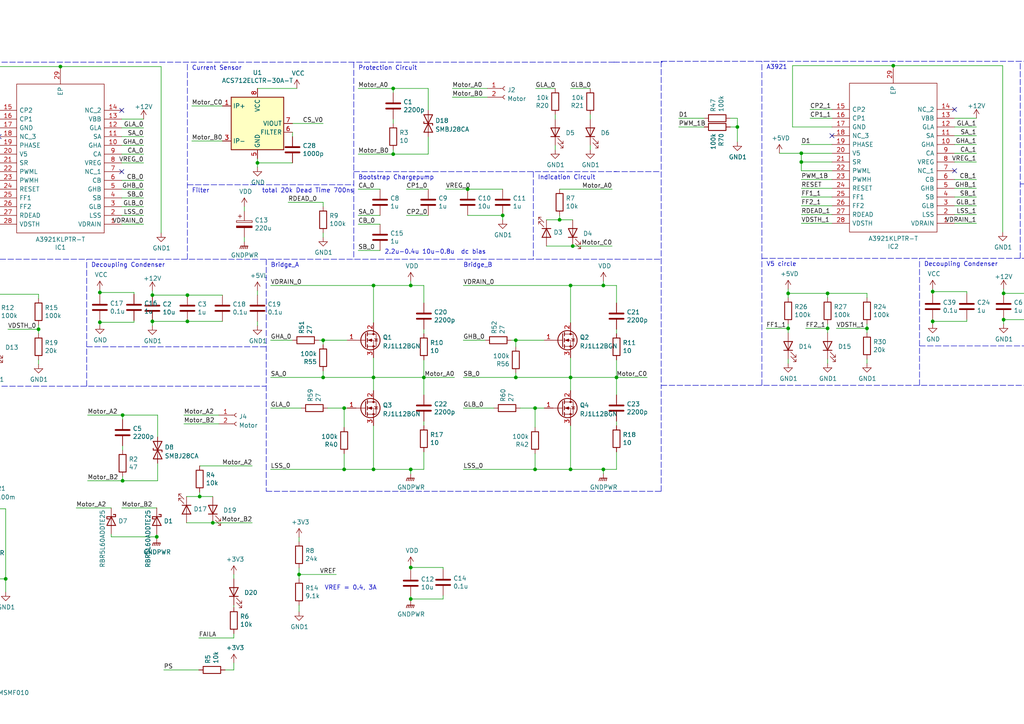
<source format=kicad_sch>
(kicad_sch (version 20211123) (generator eeschema)
  (paper "A4")
  (lib_symbols
    (symbol "BD63150AFM-E2:BD63150AFM-E2" (pin_names (offset 0.762))
      (property "Reference" "IC" (at 29.21 7.62 0))
      (property "Value" "BD63150AFM-E2" (at 29.21 5.08 0))
      (symbol "BD63150AFM-E2_0_0"
        (pin passive line (at 0 0 0) (length 5.08) (name "OUT1_1") (number "1"))
        (pin passive line (at 0 -25.4 0) (length 5.08) (name "NC_4") (number "10"))
        (pin passive line (at 0 -27.94 0) (length 5.08) (name "IN1") (number "11"))
        (pin passive line (at 0 -30.48 0) (length 5.08) (name "IN2") (number "12"))
        (pin passive line (at 0 -33.02 0) (length 5.08) (name "PS") (number "13"))
        (pin passive line (at 0 -35.56 0) (length 5.08) (name "NC_5") (number "14"))
        (pin passive line (at 0 -38.1 0) (length 5.08) (name "TEST") (number "15"))
        (pin passive line (at 0 -40.64 0) (length 5.08) (name "FAILA") (number "16"))
        (pin passive line (at 0 -43.18 0) (length 5.08) (name "NC_6") (number "17"))
        (pin passive line (at 0 -45.72 0) (length 5.08) (name "TEST1") (number "18"))
        (pin passive line (at 33.02 -45.72 180) (length 5.08) (name "NC_7") (number "19"))
        (pin passive line (at 0 -2.54 0) (length 5.08) (name "OUT1_2") (number "2"))
        (pin passive line (at 33.02 -43.18 180) (length 5.08) (name "VREF") (number "20"))
        (pin passive line (at 33.02 -40.64 180) (length 5.08) (name "NC_8") (number "21"))
        (pin passive line (at 33.02 -38.1 180) (length 5.08) (name "GND_1") (number "22"))
        (pin passive line (at 33.02 -35.56 180) (length 5.08) (name "NC_9") (number "23"))
        (pin passive line (at 33.02 -33.02 180) (length 5.08) (name "VCC_1") (number "24"))
        (pin passive line (at 33.02 -30.48 180) (length 5.08) (name "VCC_2") (number "25"))
        (pin passive line (at 33.02 -27.94 180) (length 5.08) (name "VCC_3") (number "26"))
        (pin passive line (at 33.02 -25.4 180) (length 5.08) (name "NC_10") (number "27"))
        (pin passive line (at 33.02 -20.32 180) (length 5.08) (name "NC_11") (number "28"))
        (pin passive line (at 33.02 -17.78 180) (length 5.08) (name "GND_2") (number "29"))
        (pin passive line (at 0 -5.08 0) (length 5.08) (name "OUT1_3") (number "3"))
        (pin passive line (at 33.02 -15.24 180) (length 5.08) (name "NC_12") (number "30"))
        (pin passive line (at 33.02 -12.7 180) (length 5.08) (name "NC_13") (number "31"))
        (pin passive line (at 33.02 -10.16 180) (length 5.08) (name "RNFS") (number "32"))
        (pin passive line (at 33.02 -7.62 180) (length 5.08) (name "RNF_1") (number "33"))
        (pin passive line (at 33.02 -5.08 180) (length 5.08) (name "RNF_2") (number "34"))
        (pin passive line (at 33.02 -2.54 180) (length 5.08) (name "RNF_3") (number "35"))
        (pin passive line (at 33.02 0 180) (length 5.08) (name "NC_14") (number "36"))
        (pin passive line (at 0 -22.86 0) (length 5.08) (name "FIN_1") (number "37"))
        (pin passive line (at 33.02 -22.86 180) (length 5.08) (name "FIN_2") (number "38"))
        (pin passive line (at 0 -7.62 0) (length 5.08) (name "NC_1") (number "4"))
        (pin passive line (at 0 -10.16 0) (length 5.08) (name "NC_2") (number "5"))
        (pin passive line (at 0 -12.7 0) (length 5.08) (name "OUT2_1") (number "6"))
        (pin passive line (at 0 -15.24 0) (length 5.08) (name "OUT2_2") (number "7"))
        (pin passive line (at 0 -17.78 0) (length 5.08) (name "OUT2_3") (number "8"))
        (pin passive line (at 0 -20.32 0) (length 5.08) (name "NC_3") (number "9"))
      )
    )
    (symbol "Connector:Conn_01x02_Female" (pin_names (offset 1.016) hide)
      (property "Reference" "J" (at 0 2.54 0))
      (property "Value" "Conn_01x02_Female" (at 0 -5.08 0))
      (symbol "Conn_01x02_Female_1_1"
        (pin passive line (at -5.08 0 0) (length 3.81) (name "Pin_1") (number "1"))
        (pin passive line (at -5.08 -2.54 0) (length 3.81) (name "Pin_2") (number "2"))
      )
    )
    (symbol "Connector:Conn_01x02_Male" (pin_names (offset 1.016) hide)
      (property "Reference" "J" (at 0 2.54 0))
      (property "Value" "Conn_01x02_Male" (at 0 -5.08 0))
      (symbol "Conn_01x02_Male_1_1"
        (pin passive line (at 5.08 0 180) (length 3.81) (name "Pin_1") (number "1"))
        (pin passive line (at 5.08 -2.54 180) (length 3.81) (name "Pin_2") (number "2"))
      )
    )
    (symbol "Connector_Generic:Conn_01x04" (pin_names (offset 1.016) hide)
      (property "Reference" "J" (at 0 5.08 0))
      (property "Value" "Conn_01x04" (at 0 -7.62 0))
      (symbol "Conn_01x04_1_1"
        (pin passive line (at -5.08 2.54 0) (length 3.81) (name "Pin_1") (number "1"))
        (pin passive line (at -5.08 0 0) (length 3.81) (name "Pin_2") (number "2"))
        (pin passive line (at -5.08 -2.54 0) (length 3.81) (name "Pin_3") (number "3"))
        (pin passive line (at -5.08 -5.08 0) (length 3.81) (name "Pin_4") (number "4"))
      )
    )
    (symbol "Connector_Generic:Conn_02x07_Odd_Even" (pin_names (offset 1.016) hide)
      (property "Reference" "J" (at 1.27 10.16 0))
      (property "Value" "Conn_02x07_Odd_Even" (at 1.27 -10.16 0))
      (symbol "Conn_02x07_Odd_Even_1_1"
        (pin passive line (at -5.08 7.62 0) (length 3.81) (name "Pin_1") (number "1"))
        (pin passive line (at 7.62 -2.54 180) (length 3.81) (name "Pin_10") (number "10"))
        (pin passive line (at -5.08 -5.08 0) (length 3.81) (name "Pin_11") (number "11"))
        (pin passive line (at 7.62 -5.08 180) (length 3.81) (name "Pin_12") (number "12"))
        (pin passive line (at -5.08 -7.62 0) (length 3.81) (name "Pin_13") (number "13"))
        (pin passive line (at 7.62 -7.62 180) (length 3.81) (name "Pin_14") (number "14"))
        (pin passive line (at 7.62 7.62 180) (length 3.81) (name "Pin_2") (number "2"))
        (pin passive line (at -5.08 5.08 0) (length 3.81) (name "Pin_3") (number "3"))
        (pin passive line (at 7.62 5.08 180) (length 3.81) (name "Pin_4") (number "4"))
        (pin passive line (at -5.08 2.54 0) (length 3.81) (name "Pin_5") (number "5"))
        (pin passive line (at 7.62 2.54 180) (length 3.81) (name "Pin_6") (number "6"))
        (pin passive line (at -5.08 0 0) (length 3.81) (name "Pin_7") (number "7"))
        (pin passive line (at 7.62 0 180) (length 3.81) (name "Pin_8") (number "8"))
        (pin passive line (at -5.08 -2.54 0) (length 3.81) (name "Pin_9") (number "9"))
      )
    )
    (symbol "Cubic_Gen8_DCMotorDriver-rescue:+3.3V-power" (power) (pin_names (offset 0))
      (property "Value" "+3.3V-power" (at 0 3.556 0))
      (symbol "+3.3V-power_1_1"
        (pin power_in line (at 0 0 90) (length 0) hide (name "+3V3") (number "1"))
      )
    )
    (symbol "Cubic_Gen8_DCMotorDriver-rescue:A3921KLPTR-T-A3921KLPTR-T" (pin_names (offset 0.762))
      (property "Reference" "IC" (at 31.75 7.62 0))
      (property "Value" "A3921KLPTR-T-A3921KLPTR-T" (at 31.75 5.08 0))
      (symbol "A3921KLPTR-T-A3921KLPTR-T_0_0"
        (pin passive line (at 0 0 0) (length 5.08) (name "VDRAIN") (number "1"))
        (pin passive line (at 0 -22.86 0) (length 5.08) (name "GHA") (number "10"))
        (pin passive line (at 0 -25.4 0) (length 5.08) (name "SA") (number "11"))
        (pin passive line (at 0 -27.94 0) (length 5.08) (name "GLA") (number "12"))
        (pin passive line (at 0 -30.48 0) (length 5.08) (name "VBB") (number "13"))
        (pin passive line (at 0 -33.02 0) (length 5.08) (name "NC_2") (number "14"))
        (pin passive line (at 35.56 -33.02 180) (length 5.08) (name "CP2") (number "15"))
        (pin passive line (at 35.56 -30.48 180) (length 5.08) (name "CP1") (number "16"))
        (pin passive line (at 35.56 -27.94 180) (length 5.08) (name "GND") (number "17"))
        (pin passive line (at 35.56 -25.4 180) (length 5.08) (name "NC_3") (number "18"))
        (pin passive line (at 35.56 -22.86 180) (length 5.08) (name "PHASE") (number "19"))
        (pin passive line (at 0 -2.54 0) (length 5.08) (name "LSS") (number "2"))
        (pin passive line (at 35.56 -20.32 180) (length 5.08) (name "V5") (number "20"))
        (pin passive line (at 35.56 -17.78 180) (length 5.08) (name "SR") (number "21"))
        (pin passive line (at 35.56 -15.24 180) (length 5.08) (name "PWML") (number "22"))
        (pin passive line (at 35.56 -12.7 180) (length 5.08) (name "PWMH") (number "23"))
        (pin passive line (at 35.56 -10.16 180) (length 5.08) (name "RESET") (number "24"))
        (pin passive line (at 35.56 -7.62 180) (length 5.08) (name "FF1") (number "25"))
        (pin passive line (at 35.56 -5.08 180) (length 5.08) (name "FF2") (number "26"))
        (pin passive line (at 35.56 -2.54 180) (length 5.08) (name "RDEAD") (number "27"))
        (pin passive line (at 35.56 0 180) (length 5.08) (name "VDSTH") (number "28"))
        (pin passive line (at 17.78 -45.72 90) (length 5.08) (name "EP") (number "29"))
        (pin passive line (at 0 -5.08 0) (length 5.08) (name "GLB") (number "3"))
        (pin passive line (at 0 -7.62 0) (length 5.08) (name "SB") (number "4"))
        (pin passive line (at 0 -10.16 0) (length 5.08) (name "GHB") (number "5"))
        (pin passive line (at 0 -12.7 0) (length 5.08) (name "CB") (number "6"))
        (pin passive line (at 0 -15.24 0) (length 5.08) (name "NC_1") (number "7"))
        (pin passive line (at 0 -17.78 0) (length 5.08) (name "VREG") (number "8"))
        (pin passive line (at 0 -20.32 0) (length 5.08) (name "CA") (number "9"))
      )
    )
    (symbol "Cubic_Gen8_DCMotorDriver-rescue:CP-Device" (pin_numbers hide) (pin_names (offset 0.254))
      (property "Reference" "C" (at 0.635 2.54 0))
      (property "Value" "CP-Device" (at 0.635 -2.54 0))
      (symbol "CP-Device_1_1"
        (pin passive line (at 0 3.81 270) (length 2.794) (name "~") (number "1"))
        (pin passive line (at 0 -3.81 90) (length 2.794) (name "~") (number "2"))
      )
    )
    (symbol "Device:C" (pin_numbers hide) (pin_names (offset 0.254))
      (property "Reference" "C" (at 0.635 2.54 0))
      (property "Value" "C" (at 0.635 -2.54 0))
      (symbol "C_1_1"
        (pin passive line (at 0 3.81 270) (length 2.794) (name "~") (number "1"))
        (pin passive line (at 0 -3.81 90) (length 2.794) (name "~") (number "2"))
      )
    )
    (symbol "Device:D_Schottky" (pin_numbers hide) (pin_names (offset 1.016) hide)
      (property "Reference" "D" (at 0 2.54 0))
      (property "Value" "D_Schottky" (at 0 -2.54 0))
      (symbol "D_Schottky_1_1"
        (pin passive line (at -3.81 0 0) (length 2.54) (name "K") (number "1"))
        (pin passive line (at 3.81 0 180) (length 2.54) (name "A") (number "2"))
      )
    )
    (symbol "Device:LED" (pin_numbers hide) (pin_names (offset 1.016) hide)
      (property "Reference" "D" (at 0 2.54 0))
      (property "Value" "LED" (at 0 -2.54 0))
      (symbol "LED_1_1"
        (pin passive line (at -3.81 0 0) (length 2.54) (name "K") (number "1"))
        (pin passive line (at 3.81 0 180) (length 2.54) (name "A") (number "2"))
      )
    )
    (symbol "Device:Polyfuse" (pin_numbers hide) (pin_names (offset 0))
      (property "Reference" "F" (at -2.54 0 90))
      (property "Value" "Polyfuse" (at 2.54 0 90))
      (symbol "Polyfuse_1_1"
        (pin passive line (at 0 3.81 270) (length 1.27) (name "~") (number "1"))
        (pin passive line (at 0 -3.81 90) (length 1.27) (name "~") (number "2"))
      )
    )
    (symbol "Device:Q_NMOS_GDS" (pin_names (offset 0) hide)
      (property "Reference" "Q" (at 5.08 1.27 0))
      (property "Value" "Q_NMOS_GDS" (at 5.08 -1.27 0))
      (symbol "Q_NMOS_GDS_1_1"
        (pin input line (at -5.08 0 0) (length 2.54) (name "G") (number "1"))
        (pin passive line (at 2.54 5.08 270) (length 2.54) (name "D") (number "2"))
        (pin passive line (at 2.54 -5.08 90) (length 2.54) (name "S") (number "3"))
      )
    )
    (symbol "Device:R" (pin_numbers hide) (pin_names (offset 0))
      (property "Reference" "R" (at 2.032 0 90))
      (property "Value" "R" (at 0 0 90))
      (symbol "R_1_1"
        (pin passive line (at 0 3.81 270) (length 1.27) (name "~") (number "1"))
        (pin passive line (at 0 -3.81 90) (length 1.27) (name "~") (number "2"))
      )
    )
    (symbol "Diode:1N62xxCA" (pin_numbers hide) (pin_names (offset 1.016) hide)
      (property "Reference" "D" (at 0 2.54 0))
      (property "Value" "1N62xxCA" (at 0 -2.54 0))
      (symbol "1N62xxCA_1_1"
        (pin passive line (at -3.81 0 0) (length 2.54) (name "A1") (number "1"))
        (pin passive line (at 3.81 0 180) (length 2.54) (name "A2") (number "2"))
      )
    )
    (symbol "Sensor_Current:ACS712xLCTR-30A"
      (property "Reference" "U" (at 2.54 11.43 0))
      (property "Value" "ACS712xLCTR-30A" (at 2.54 8.89 0))
      (symbol "ACS712xLCTR-30A_1_1"
        (pin passive line (at -10.16 5.08 0) (length 2.54) (name "IP+") (number "1"))
        (pin passive line (at -10.16 5.08 0) (length 2.54) hide (name "IP+") (number "2"))
        (pin passive line (at -10.16 -5.08 0) (length 2.54) (name "IP-") (number "3"))
        (pin passive line (at -10.16 -5.08 0) (length 2.54) hide (name "IP-") (number "4"))
        (pin power_in line (at 0 -10.16 90) (length 2.54) (name "GND") (number "5"))
        (pin passive line (at 10.16 -2.54 180) (length 2.54) (name "FILTER") (number "6"))
        (pin output line (at 10.16 0 180) (length 2.54) (name "VIOUT") (number "7"))
        (pin power_in line (at 0 10.16 270) (length 2.54) (name "VCC") (number "8"))
      )
    )
    (symbol "power:+12V" (power) (pin_names (offset 0))
      (property "Value" "+12V" (at 0 3.556 0))
      (symbol "+12V_1_1"
        (pin power_in line (at 0 0 90) (length 0) hide (name "+12V") (number "1"))
      )
    )
    (symbol "power:+5VD" (power) (pin_names (offset 0))
      (property "Value" "+5VD" (at 0 3.556 0))
      (symbol "+5VD_1_1"
        (pin power_in line (at 0 0 90) (length 0) hide (name "+5VD") (number "1"))
      )
    )
    (symbol "power:+5VL" (power) (pin_names (offset 0))
      (property "Value" "+5VL" (at 0 3.556 0))
      (symbol "+5VL_1_1"
        (pin power_in line (at 0 0 90) (length 0) hide (name "+5VL") (number "1"))
      )
    )
    (symbol "power:GND" (power) (pin_names (offset 0))
      (property "Value" "GND" (at 0 -3.81 0))
      (symbol "GND_1_1"
        (pin power_in line (at 0 0 270) (length 0) hide (name "GND") (number "1"))
      )
    )
    (symbol "power:GND1" (power) (pin_names (offset 0))
      (property "Value" "GND1" (at 0 -3.81 0))
      (symbol "GND1_1_1"
        (pin power_in line (at 0 0 270) (length 0) hide (name "GND1") (number "1"))
      )
    )
    (symbol "power:GNDPWR" (power) (pin_names (offset 0))
      (property "Value" "GNDPWR" (at 0 -3.302 0))
      (symbol "GNDPWR_1_1"
        (pin power_in line (at 0 0 270) (length 0) hide (name "GNDPWR") (number "1"))
      )
    )
    (symbol "power:VCC" (power) (pin_names (offset 0))
      (property "Value" "VCC" (at 0 3.81 0))
      (symbol "VCC_1_1"
        (pin power_in line (at 0 0 90) (length 0) hide (name "VCC") (number "1"))
      )
    )
    (symbol "power:VDD" (power) (pin_names (offset 0))
      (property "Value" "VDD" (at 0 3.81 0))
      (symbol "VDD_1_1"
        (pin power_in line (at 0 0 90) (length 0) hide (name "VDD") (number "1"))
      )
    )
  )
  (junction (at 364.49 109.22))
  (junction (at -83.439 103.759))
  (junction (at 240.03 85.09))
  (junction (at -54.229 132.334))
  (junction (at -12.954 95.504))
  (junction (at 387.35 62.23))
  (junction (at -58.039 82.804))
  (junction (at -58.039 98.679))
  (junction (at 119.126 82.804))
  (junction (at 114.046 44.704))
  (junction (at -10.414 160.274))
  (junction (at -58.039 101.219))
  (junction (at 360.68 82.55))
  (junction (at -83.439 72.644))
  (junction (at -9.144 47.244))
  (junction (at 108.331 109.474))
  (junction (at -83.439 106.299))
  (junction (at 422.91 82.55))
  (junction (at 259.08 19.05))
  (junction (at 119.126 173.736))
  (junction (at 316.23 46.99))
  (junction (at 360.68 135.89))
  (junction (at 397.51 98.552))
  (junction (at 35.56 139.446))
  (junction (at 165.481 109.474))
  (junction (at 352.806 135.89))
  (junction (at -70.739 175.514))
  (junction (at 28.956 93.472))
  (junction (at 155.194 118.364))
  (junction (at 355.6 24.13))
  (junction (at -54.229 142.494))
  (junction (at -12.954 85.344))
  (junction (at 162.306 63.754))
  (junction (at 108.331 136.144))
  (junction (at -83.439 98.679))
  (junction (at 240.03 95.25))
  (junction (at 355.6 43.18))
  (junction (at 178.816 109.474))
  (junction (at 57.912 144.018))
  (junction (at 61.722 151.638))
  (junction (at 11.176 95.504))
  (junction (at 418.084 135.89))
  (junction (at -1.524 85.344))
  (junction (at -83.439 93.599))
  (junction (at -58.039 77.724))
  (junction (at 232.41 46.99))
  (junction (at 228.6 85.09))
  (junction (at 135.636 54.864))
  (junction (at -86.868 148.336))
  (junction (at 418.084 109.22))
  (junction (at 251.46 95.25))
  (junction (at 426.72 109.22))
  (junction (at -58.039 96.139))
  (junction (at 291.084 92.71))
  (junction (at -9.144 44.704))
  (junction (at -83.439 80.264))
  (junction (at 341.63 118.11))
  (junction (at -2.794 152.654))
  (junction (at -58.039 72.644))
  (junction (at 149.606 98.679))
  (junction (at -58.039 93.599))
  (junction (at 93.726 109.474))
  (junction (at 352.806 82.55))
  (junction (at 165.481 82.804))
  (junction (at -58.039 75.184))
  (junction (at 407.67 71.12))
  (junction (at 149.606 109.474))
  (junction (at 406.146 135.89))
  (junction (at 165.481 136.144))
  (junction (at -83.439 75.184))
  (junction (at 99.822 118.364))
  (junction (at -10.414 157.734))
  (junction (at 114.046 25.654))
  (junction (at -83.439 70.104))
  (junction (at -83.439 82.804))
  (junction (at -58.039 103.759))
  (junction (at -54.229 145.034))
  (junction (at -58.039 106.299))
  (junction (at 377.19 54.61))
  (junction (at 397.51 109.22))
  (junction (at 335.28 109.22))
  (junction (at 54.356 93.218))
  (junction (at -83.439 77.724))
  (junction (at 86.741 166.624))
  (junction (at -83.439 96.139))
  (junction (at 291.084 85.09))
  (junction (at -7.239 193.929))
  (junction (at 45.466 155.702))
  (junction (at -58.039 70.104))
  (junction (at 145.796 62.484))
  (junction (at 44.196 85.598))
  (junction (at 35.56 120.396))
  (junction (at 352.806 109.22))
  (junction (at 166.116 71.374))
  (junction (at 213.868 36.83))
  (junction (at 418.084 82.55))
  (junction (at 93.726 98.679))
  (junction (at -83.439 101.219))
  (junction (at 28.956 84.836))
  (junction (at 232.41 44.45))
  (junction (at 341.63 135.89))
  (junction (at 119.126 136.144))
  (junction (at 54.356 85.598))
  (junction (at -2.794 134.874))
  (junction (at 403.86 63.5))
  (junction (at 119.126 164.592))
  (junction (at 122.936 109.474))
  (junction (at -58.039 80.264))
  (junction (at 270.51 93.218))
  (junction (at 74.676 47.244))
  (junction (at 108.331 82.804))
  (junction (at -29.464 38.354))
  (junction (at 228.6 95.25))
  (junction (at -54.229 129.794))
  (junction (at 17.526 19.304))
  (junction (at 175.006 136.144))
  (junction (at 1.651 167.894))
  (junction (at -1.524 95.504))
  (junction (at 99.822 136.144))
  (junction (at 155.194 136.144))
  (junction (at -5.969 137.414))
  (junction (at 335.28 98.552))
  (junction (at 406.146 118.11))
  (junction (at 422.91 135.89))
  (junction (at 44.196 93.218))
  (junction (at -2.794 137.414))
  (junction (at 270.51 84.582))
  (junction (at 175.006 82.804))
  (no_connect (at -16.129 150.114))
  (no_connect (at -16.129 155.194))
  (no_connect (at -58.039 165.354))
  (no_connect (at -58.039 172.974))
  (no_connect (at -58.039 155.194))
  (no_connect (at 35.306 32.004))
  (no_connect (at -58.039 139.954))
  (no_connect (at -16.129 165.354))
  (no_connect (at -0.254 39.624))
  (no_connect (at 276.86 49.53))
  (no_connect (at 276.86 31.75))
  (no_connect (at -85.979 53.594))
  (no_connect (at -55.499 51.054))
  (no_connect (at 35.306 49.784))
  (no_connect (at -58.039 137.414))
  (no_connect (at -16.129 170.434))
  (no_connect (at -16.129 142.494))
  (no_connect (at -16.129 129.794))
  (no_connect (at 241.3 39.37))
  (no_connect (at -55.499 53.594))
  (no_connect (at -16.129 175.514))
  (no_connect (at -58.039 150.114))
  (no_connect (at -16.129 145.034))
  (no_connect (at -85.979 51.054))
  (wire (pts (xy 228.6 104.14) (xy 228.6 105.41)))
  (polyline (pts (xy 102.616 49.784) (xy 178.816 49.784)))
  (wire (pts (xy 134.366 98.679) (xy 140.716 98.679)))
  (wire (pts (xy 155.194 123.952) (xy 155.194 118.364)))
  (wire (pts (xy 418.084 109.22) (xy 418.084 113.03)))
  (wire (pts (xy -16.129 145.034) (xy -20.574 145.034)))
  (wire (pts (xy -77.089 106.299) (xy -83.439 106.299)))
  (polyline (pts (xy 318.77 74.93) (xy 318.77 142.24)))
  (wire (pts (xy 78.486 118.364) (xy 87.376 118.364)))
  (wire (pts (xy 35.306 147.32) (xy 45.466 147.32)))
  (wire (pts (xy 119.126 136.144) (xy 122.936 136.144)))
  (wire (pts (xy 41.656 59.944) (xy 35.306 59.944)))
  (wire (pts (xy -77.089 70.104) (xy -83.439 70.104)))
  (wire (pts (xy 364.49 104.14) (xy 364.49 109.22)))
  (wire (pts (xy 232.41 57.15) (xy 241.3 57.15)))
  (wire (pts (xy -58.039 139.954) (xy -53.594 139.954)))
  (polyline (pts (xy 178.054 49.784) (xy 191.77 49.784)))
  (wire (pts (xy 45.466 155.702) (xy 45.466 154.94)))
  (wire (pts (xy -19.304 95.504) (xy -12.954 95.504)))
  (wire (pts (xy 270.51 93.218) (xy 270.51 93.98)))
  (wire (pts (xy 149.606 100.584) (xy 149.606 98.679)))
  (wire (pts (xy 99.822 136.144) (xy 99.822 131.572)))
  (wire (pts (xy -24.384 193.929) (xy -7.239 193.929)))
  (wire (pts (xy -16.129 155.194) (xy -20.574 155.194)))
  (wire (pts (xy -47.244 35.814) (xy -38.608 35.814)))
  (wire (pts (xy 134.366 136.144) (xy 155.194 136.144)))
  (wire (pts (xy 419.735 33.02) (xy 419.735 34.29)))
  (wire (pts (xy -5.969 139.954) (xy -5.969 137.414)))
  (wire (pts (xy -77.089 93.599) (xy -83.439 93.599)))
  (polyline (pts (xy 192.024 18.034) (xy 192.024 17.78)))
  (wire (pts (xy 382.27 135.89) (xy 406.146 135.89)))
  (wire (pts (xy -54.229 142.494) (xy -53.594 142.494)))
  (wire (pts (xy 45.466 155.702) (xy 32.258 155.702)))
  (wire (pts (xy 74.676 93.218) (xy 74.676 94.488)))
  (wire (pts (xy -58.039 106.299) (xy -64.389 106.299)))
  (wire (pts (xy -10.414 157.734) (xy -10.414 160.274)))
  (wire (pts (xy 100.711 98.679) (xy 93.726 98.679)))
  (wire (pts (xy -64.389 56.134) (xy -55.499 56.134)))
  (wire (pts (xy 162.306 63.754) (xy 166.116 63.754)))
  (wire (pts (xy -9.144 47.244) (xy -0.254 47.244)))
  (wire (pts (xy -47.244 38.354) (xy -38.608 38.354)))
  (wire (pts (xy 122.936 87.884) (xy 122.936 82.804)))
  (wire (pts (xy 171.196 43.434) (xy 171.196 42.164)))
  (polyline (pts (xy -49.784 18.034) (xy -97.409 18.034)))
  (wire (pts (xy 119.126 173.736) (xy 128.524 173.736)))
  (wire (pts (xy 35.56 139.446) (xy 45.72 139.446)))
  (wire (pts (xy -17.399 188.849) (xy -7.239 188.849)))
  (wire (pts (xy -58.039 98.679) (xy -58.039 101.219)))
  (wire (pts (xy -77.089 96.139) (xy -83.439 96.139)))
  (wire (pts (xy -58.039 172.974) (xy -53.594 172.974)))
  (wire (pts (xy -11.684 37.084) (xy -0.254 37.084)))
  (wire (pts (xy -77.089 82.804) (xy -83.439 82.804)))
  (wire (pts (xy 228.6 83.82) (xy 228.6 85.09)))
  (wire (pts (xy 175.006 82.804) (xy 178.816 82.804)))
  (wire (pts (xy 229.87 19.05) (xy 229.87 36.83)))
  (polyline (pts (xy 178.054 18.034) (xy 192.024 18.034)))
  (wire (pts (xy -20.574 152.654) (xy -2.794 152.654)))
  (wire (pts (xy 119.126 81.534) (xy 119.126 82.804)))
  (wire (pts (xy 240.03 85.09) (xy 228.6 85.09)))
  (wire (pts (xy 108.331 109.474) (xy 122.936 109.474)))
  (wire (pts (xy 335.28 98.552) (xy 335.28 100.584)))
  (wire (pts (xy 41.656 42.164) (xy 35.306 42.164)))
  (wire (pts (xy 175.006 137.414) (xy 175.006 136.144)))
  (polyline (pts (xy 344.17 17.78) (xy 344.17 74.93)))
  (wire (pts (xy -58.039 77.724) (xy -64.389 77.724)))
  (wire (pts (xy -9.144 49.784) (xy -0.254 49.784)))
  (wire (pts (xy -85.979 45.974) (xy -77.089 45.974)))
  (polyline (pts (xy 266.7 111.76) (xy 266.7 74.93)))
  (wire (pts (xy 149.606 108.204) (xy 149.606 109.474)))
  (wire (pts (xy 25.4 139.446) (xy 35.56 139.446)))
  (wire (pts (xy -92.456 148.336) (xy -86.868 148.336)))
  (wire (pts (xy -10.414 160.274) (xy -10.414 162.814)))
  (wire (pts (xy 41.656 57.404) (xy 35.306 57.404)))
  (wire (pts (xy 213.868 36.83) (xy 213.868 34.29)))
  (wire (pts (xy 53.34 120.396) (xy 63.5 120.396)))
  (wire (pts (xy 232.41 41.91) (xy 241.3 41.91)))
  (wire (pts (xy -2.794 156.464) (xy -2.794 152.654)))
  (wire (pts (xy 149.606 109.474) (xy 165.481 109.474)))
  (wire (pts (xy 83.566 58.674) (xy 93.726 58.674)))
  (wire (pts (xy 28.956 92.964) (xy 28.956 93.472)))
  (wire (pts (xy -54.229 134.874) (xy -54.229 132.334)))
  (wire (pts (xy -64.389 58.674) (xy -61.849 58.674)))
  (wire (pts (xy 158.496 63.754) (xy 162.306 63.754)))
  (wire (pts (xy 351.79 72.39) (xy 345.44 72.39)))
  (wire (pts (xy 418.084 82.55) (xy 422.91 82.55)))
  (wire (pts (xy 251.46 104.14) (xy 251.46 105.41)))
  (wire (pts (xy 86.741 157.099) (xy 86.741 155.829)))
  (wire (pts (xy -9.144 65.024) (xy -0.254 65.024)))
  (wire (pts (xy 110.236 65.024) (xy 103.886 65.024)))
  (wire (pts (xy -9.144 42.164) (xy -0.254 42.164)))
  (wire (pts (xy -70.739 152.654) (xy -70.739 154.559)))
  (wire (pts (xy 241.3 31.75) (xy 234.95 31.75)))
  (wire (pts (xy 134.366 109.474) (xy 149.606 109.474)))
  (polyline (pts (xy 381 74.93) (xy 381 142.24)))
  (wire (pts (xy 351.79 54.61) (xy 345.44 54.61)))
  (wire (pts (xy 145.796 62.484) (xy 145.796 63.754)))
  (polyline (pts (xy 295.91 74.93) (xy 295.91 17.78)))
  (wire (pts (xy -64.389 48.514) (xy -55.499 48.514)))
  (wire (pts (xy -1.524 105.664) (xy -1.524 104.394)))
  (polyline (pts (xy -49.784 112.014) (xy 77.216 112.014)))
  (wire (pts (xy 122.936 122.174) (xy 122.936 123.444)))
  (wire (pts (xy 78.486 82.804) (xy 108.331 82.804)))
  (wire (pts (xy -10.414 162.814) (xy -20.574 162.814)))
  (wire (pts (xy 165.481 123.444) (xy 165.481 136.144)))
  (wire (pts (xy 93.726 58.674) (xy 93.726 59.944)))
  (wire (pts (xy -58.039 67.564) (xy -64.389 67.564)))
  (wire (pts (xy -20.574 160.274) (xy -10.414 160.274)))
  (wire (pts (xy 114.046 25.654) (xy 124.206 25.654)))
  (wire (pts (xy -58.039 155.194) (xy -53.594 155.194)))
  (wire (pts (xy -9.144 54.864) (xy -0.254 54.864)))
  (wire (pts (xy 345.44 43.18) (xy 355.6 43.18)))
  (wire (pts (xy 128.524 173.736) (xy 128.524 172.72)))
  (wire (pts (xy 335.28 98.552) (xy 345.186 98.552)))
  (wire (pts (xy 364.49 114.3) (xy 364.49 109.22)))
  (wire (pts (xy 364.49 87.63) (xy 364.49 82.55)))
  (wire (pts (xy 326.39 35.56) (xy 335.28 35.56)))
  (wire (pts (xy -77.089 108.839) (xy -83.439 108.839)))
  (wire (pts (xy -54.229 129.794) (xy -53.594 129.794)))
  (wire (pts (xy -9.144 44.704) (xy -9.144 47.244)))
  (polyline (pts (xy 25.146 112.014) (xy 25.146 75.184)))
  (wire (pts (xy -54.229 145.034) (xy -54.229 142.494)))
  (wire (pts (xy -1.524 85.344) (xy 11.176 85.344)))
  (wire (pts (xy 35.56 120.396) (xy 45.72 120.396)))
  (wire (pts (xy 283.21 52.07) (xy 276.86 52.07)))
  (wire (pts (xy -30.988 35.814) (xy -29.464 35.814)))
  (wire (pts (xy 155.194 118.364) (xy 157.861 118.364)))
  (wire (pts (xy -7.239 191.389) (xy -7.239 193.929)))
  (wire (pts (xy 364.49 95.25) (xy 364.49 96.52)))
  (wire (pts (xy 382.27 118.11) (xy 391.16 118.11)))
  (wire (pts (xy 54.102 151.638) (xy 61.722 151.638)))
  (wire (pts (xy -58.039 165.354) (xy -53.594 165.354)))
  (wire (pts (xy 122.936 114.554) (xy 122.936 109.474)))
  (wire (pts (xy 280.416 84.582) (xy 280.416 85.09)))
  (wire (pts (xy 124.206 32.004) (xy 124.206 25.654)))
  (wire (pts (xy 240.03 105.41) (xy 240.03 104.14)))
  (wire (pts (xy 57.912 144.018) (xy 57.912 142.748)))
  (wire (pts (xy -70.104 27.559) (xy -78.994 27.559)))
  (wire (pts (xy 148.336 98.679) (xy 149.606 98.679)))
  (wire (pts (xy -63.754 157.734) (xy -53.594 157.734)))
  (wire (pts (xy 92.456 98.679) (xy 93.726 98.679)))
  (wire (pts (xy 57.912 144.018) (xy 61.722 144.018)))
  (wire (pts (xy 46.736 19.304) (xy 46.736 67.564)))
  (wire (pts (xy -64.389 45.974) (xy -55.499 45.974)))
  (wire (pts (xy -12.954 96.774) (xy -12.954 95.504)))
  (wire (pts (xy -9.144 52.324) (xy -0.254 52.324)))
  (wire (pts (xy -77.089 77.724) (xy -83.439 77.724)))
  (wire (pts (xy 280.416 92.71) (xy 280.416 93.218)))
  (wire (pts (xy 41.656 39.624) (xy 35.306 39.624)))
  (wire (pts (xy -63.754 129.794) (xy -54.229 129.794)))
  (polyline (pts (xy 102.616 18.034) (xy 102.616 75.184)))
  (wire (pts (xy 320.04 109.22) (xy 335.28 109.22)))
  (wire (pts (xy -64.389 43.434) (xy -55.499 43.434)))
  (wire (pts (xy 165.481 82.804) (xy 175.006 82.804)))
  (wire (pts (xy 175.006 136.144) (xy 178.816 136.144)))
  (wire (pts (xy 134.366 118.364) (xy 143.256 118.364)))
  (wire (pts (xy -15.494 44.704) (xy -9.144 44.704)))
  (wire (pts (xy 283.21 39.37) (xy 276.86 39.37)))
  (wire (pts (xy -58.039 75.184) (xy -64.389 75.184)))
  (wire (pts (xy 226.06 44.45) (xy 232.41 44.45)))
  (wire (pts (xy 110.236 72.644) (xy 103.886 72.644)))
  (wire (pts (xy 283.21 36.83) (xy 276.86 36.83)))
  (wire (pts (xy 122.936 131.064) (xy 122.936 136.144)))
  (wire (pts (xy 2.286 95.504) (xy 11.176 95.504)))
  (wire (pts (xy 155.194 136.144) (xy 155.194 131.572)))
  (wire (pts (xy 326.39 46.99) (xy 316.23 46.99)))
  (wire (pts (xy -58.039 93.599) (xy -64.389 93.599)))
  (wire (pts (xy -58.039 80.264) (xy -64.389 80.264)))
  (wire (pts (xy 418.084 123.19) (xy 418.084 135.89)))
  (wire (pts (xy 211.836 36.83) (xy 213.868 36.83)))
  (wire (pts (xy -20.574 139.954) (xy -5.969 139.954)))
  (polyline (pts (xy 25.146 100.584) (xy 77.216 100.584)))
  (wire (pts (xy 55.626 40.894) (xy 64.516 40.894)))
  (wire (pts (xy 364.49 121.92) (xy 364.49 123.19)))
  (wire (pts (xy -63.754 142.494) (xy -54.229 142.494)))
  (wire (pts (xy 155.321 25.654) (xy 161.036 25.654)))
  (wire (pts (xy 352.806 82.55) (xy 360.68 82.55)))
  (wire (pts (xy 54.356 93.218) (xy 64.516 93.218)))
  (wire (pts (xy 316.23 45.72) (xy 316.23 46.99)))
  (wire (pts (xy 228.6 85.09) (xy 228.6 86.36)))
  (wire (pts (xy -16.129 165.354) (xy -20.574 165.354)))
  (wire (pts (xy 213.868 34.29) (xy 211.836 34.29)))
  (wire (pts (xy -7.239 193.929) (xy -7.239 195.199)))
  (wire (pts (xy 270.51 84.582) (xy 270.51 85.09)))
  (wire (pts (xy 178.816 131.064) (xy 178.816 136.144)))
  (wire (pts (xy 213.868 41.148) (xy 213.868 36.83)))
  (wire (pts (xy 240.03 85.09) (xy 251.46 85.09)))
  (wire (pts (xy -20.574 134.874) (xy -2.794 134.874)))
  (wire (pts (xy 54.102 144.018) (xy 57.912 144.018)))
  (wire (pts (xy -58.039 77.724) (xy -58.039 80.264)))
  (wire (pts (xy 84.836 35.814) (xy 93.726 35.814)))
  (polyline (pts (xy 54.356 75.184) (xy 54.356 18.034)))
  (wire (pts (xy 74.676 25.654) (xy 86.106 25.654)))
  (wire (pts (xy -16.129 142.494) (xy -20.574 142.494)))
  (wire (pts (xy -58.039 103.759) (xy -64.389 103.759)))
  (wire (pts (xy -58.039 150.114) (xy -53.594 150.114)))
  (wire (pts (xy 326.39 98.552) (xy 320.04 98.552)))
  (wire (pts (xy 124.206 39.624) (xy 124.206 44.704)))
  (wire (pts (xy 422.91 81.28) (xy 422.91 82.55)))
  (wire (pts (xy -110.236 150.876) (xy -100.076 150.876)))
  (wire (pts (xy 114.046 35.814) (xy 114.046 34.544)))
  (wire (pts (xy 165.481 103.759) (xy 165.481 109.474)))
  (wire (pts (xy 351.79 64.77) (xy 345.44 64.77)))
  (wire (pts (xy 222.25 95.25) (xy 228.6 95.25)))
  (polyline (pts (xy -49.784 18.034) (xy -49.784 112.014)))
  (wire (pts (xy -64.389 53.594) (xy -55.499 53.594)))
  (wire (pts (xy 283.21 64.77) (xy 276.86 64.77)))
  (wire (pts (xy -83.439 77.724) (xy -83.439 75.184)))
  (wire (pts (xy -20.574 137.414) (xy -5.969 137.414)))
  (wire (pts (xy 53.34 122.936) (xy 63.5 122.936)))
  (wire (pts (xy -53.594 147.574) (xy -54.229 147.574)))
  (wire (pts (xy 74.676 84.328) (xy 74.676 85.598)))
  (wire (pts (xy -54.229 145.034) (xy -53.594 145.034)))
  (wire (pts (xy -89.789 56.134) (xy -77.089 56.134)))
  (wire (pts (xy 67.818 192.278) (xy 67.818 194.31)))
  (wire (pts (xy 335.28 67.31) (xy 335.28 68.58)))
  (wire (pts (xy 276.86 34.29) (xy 283.21 34.29)))
  (wire (pts (xy -83.439 70.104) (xy -83.439 67.564)))
  (wire (pts (xy -12.954 84.074) (xy -12.954 85.344)))
  (wire (pts (xy 155.194 136.144) (xy 165.481 136.144)))
  (wire (pts (xy 426.72 109.22) (xy 435.61 109.22)))
  (wire (pts (xy -83.439 101.219) (xy -83.439 98.679)))
  (wire (pts (xy 70.866 59.944) (xy 70.866 61.214)))
  (wire (pts (xy 178.816 95.504) (xy 178.816 96.774)))
  (wire (pts (xy 99.822 118.364) (xy 100.711 118.364)))
  (wire (pts (xy -77.089 80.264) (xy -83.439 80.264)))
  (wire (pts (xy 108.331 82.804) (xy 119.126 82.804)))
  (wire (pts (xy 422.91 135.89) (xy 426.72 135.89)))
  (wire (pts (xy 382.27 109.22) (xy 397.51 109.22)))
  (wire (pts (xy -83.439 80.264) (xy -83.439 77.724)))
  (wire (pts (xy -9.144 57.404) (xy -0.254 57.404)))
  (wire (pts (xy 283.21 57.15) (xy 276.86 57.15)))
  (wire (pts (xy 1.651 171.704) (xy 1.651 167.894)))
  (wire (pts (xy 119.126 82.804) (xy 122.936 82.804)))
  (wire (pts (xy 352.806 135.89) (xy 360.68 135.89)))
  (wire (pts (xy 119.126 172.974) (xy 119.126 173.736)))
  (wire (pts (xy 119.126 165.354) (xy 119.126 164.592)))
  (wire (pts (xy -6.604 157.734) (xy -10.414 157.734)))
  (wire (pts (xy -0.254 32.004) (xy -6.604 32.004)))
  (wire (pts (xy 345.44 24.13) (xy 355.6 24.13)))
  (wire (pts (xy 355.6 25.4) (xy 355.6 24.13)))
  (wire (pts (xy 377.19 62.23) (xy 387.35 62.23)))
  (wire (pts (xy 336.55 118.11) (xy 341.63 118.11)))
  (wire (pts (xy 108.331 123.444) (xy 108.331 136.144)))
  (wire (pts (xy 158.496 71.374) (xy 166.116 71.374)))
  (wire (pts (xy 240.03 86.36) (xy 240.03 85.09)))
  (wire (pts (xy 171.196 34.544) (xy 171.196 33.274)))
  (wire (pts (xy 426.72 104.14) (xy 426.72 109.22)))
  (wire (pts (xy -30.988 38.354) (xy -29.464 38.354)))
  (wire (pts (xy -86.868 147.32) (xy -86.868 148.336)))
  (wire (pts (xy 365.125 30.48) (xy 365.125 24.13)))
  (wire (pts (xy -58.039 98.679) (xy -64.389 98.679)))
  (wire (pts (xy 229.87 36.83) (xy 241.3 36.83)))
  (wire (pts (xy 320.04 118.11) (xy 328.93 118.11)))
  (wire (pts (xy 355.6 34.29) (xy 355.6 33.02)))
  (wire (pts (xy -58.039 101.219) (xy -64.389 101.219)))
  (wire (pts (xy -54.229 132.334) (xy -53.594 132.334)))
  (wire (pts (xy 93.726 67.564) (xy 93.726 68.834)))
  (wire (pts (xy 28.956 93.472) (xy 28.956 94.234)))
  (wire (pts (xy 103.886 25.654) (xy 114.046 25.654)))
  (wire (pts (xy 355.6 43.18) (xy 355.6 41.91)))
  (wire (pts (xy 335.28 59.69) (xy 335.28 58.42)))
  (wire (pts (xy 108.331 109.474) (xy 108.331 113.284)))
  (wire (pts (xy 270.51 83.82) (xy 270.51 84.582)))
  (wire (pts (xy 74.676 45.974) (xy 74.676 47.244)))
  (polyline (pts (xy -20.574 112.014) (xy -20.574 18.034)))
  (wire (pts (xy -58.039 80.264) (xy -58.039 82.804)))
  (wire (pts (xy -85.979 53.594) (xy -77.089 53.594)))
  (wire (pts (xy 1.651 147.574) (xy 1.651 167.894)))
  (wire (pts (xy -0.254 34.544) (xy -6.604 34.544)))
  (wire (pts (xy 134.366 82.804) (xy 165.481 82.804)))
  (wire (pts (xy 45.72 134.366) (xy 45.72 139.446)))
  (wire (pts (xy 55.626 30.734) (xy 64.516 30.734)))
  (wire (pts (xy 119.126 173.736) (xy 119.126 174.244)))
  (wire (pts (xy -20.574 147.574) (xy 1.651 147.574)))
  (wire (pts (xy 165.481 93.599) (xy 165.481 82.804)))
  (wire (pts (xy 110.236 54.864) (xy 103.886 54.864)))
  (wire (pts (xy 403.86 54.61) (xy 419.1 54.61)))
  (wire (pts (xy 403.86 63.5) (xy 403.86 62.23)))
  (wire (pts (xy 365.76 54.61) (xy 359.41 54.61)))
  (wire (pts (xy 45.466 156.21) (xy 45.466 155.702)))
  (wire (pts (xy 45.72 126.746) (xy 45.72 120.396)))
  (wire (pts (xy -20.574 132.334) (xy -2.794 132.334)))
  (wire (pts (xy -70.104 25.019) (xy -84.074 25.019)))
  (wire (pts (xy -83.439 98.679) (xy -83.439 96.139)))
  (polyline (pts (xy -49.784 77.724) (xy -20.574 77.724)))
  (wire (pts (xy 35.56 138.176) (xy 35.56 139.446)))
  (wire (pts (xy 270.51 92.71) (xy 270.51 93.218)))
  (wire (pts (xy 228.6 95.25) (xy 228.6 93.98)))
  (wire (pts (xy 84.836 98.679) (xy 78.486 98.679)))
  (wire (pts (xy 407.035 43.18) (xy 407.035 41.91)))
  (polyline (pts (xy 295.91 53.34) (xy 344.17 53.34)))
  (wire (pts (xy 406.146 135.89) (xy 418.084 135.89)))
  (wire (pts (xy -58.039 108.839) (xy -64.389 108.839)))
  (wire (pts (xy -1.524 96.774) (xy -1.524 95.504)))
  (wire (pts (xy -7.239 205.613) (xy -7.239 202.819)))
  (wire (pts (xy 67.818 176.149) (xy 67.818 175.514)))
  (wire (pts (xy -7.874 95.504) (xy -1.524 95.504)))
  (wire (pts (xy -2.794 134.874) (xy -2.794 137.414)))
  (wire (pts (xy 283.21 62.23) (xy 276.86 62.23)))
  (wire (pts (xy 232.41 46.99) (xy 232.41 44.45)))
  (wire (pts (xy 316.23 46.99) (xy 316.23 48.26)))
  (wire (pts (xy 84.836 47.244) (xy 74.676 47.244)))
  (wire (pts (xy 165.481 109.474) (xy 165.481 113.284)))
  (wire (pts (xy 22.098 147.32) (xy 32.258 147.32)))
  (wire (pts (xy 290.83 19.05) (xy 290.83 67.31)))
  (wire (pts (xy 35.56 130.556) (xy 35.56 129.286)))
  (wire (pts (xy 400.05 71.12) (xy 407.67 71.12)))
  (polyline (pts (xy 178.562 142.494) (xy 191.77 142.494)))
  (wire (pts (xy 11.176 96.774) (xy 11.176 95.504)))
  (wire (pts (xy -58.039 75.184) (xy -58.039 77.724)))
  (wire (pts (xy 67.818 194.31) (xy 65.278 194.31)))
  (wire (pts (xy 122.936 104.394) (xy 122.936 109.474)))
  (wire (pts (xy 108.331 93.599) (xy 108.331 82.804)))
  (wire (pts (xy 108.331 136.144) (xy 119.126 136.144)))
  (wire (pts (xy 124.206 54.864) (xy 117.856 54.864)))
  (wire (pts (xy 355.6 24.13) (xy 365.125 24.13)))
  (wire (pts (xy 232.41 54.61) (xy 241.3 54.61)))
  (wire (pts (xy 28.956 84.836) (xy 28.956 85.344)))
  (wire (pts (xy 251.46 93.98) (xy 251.46 95.25)))
  (wire (pts (xy 406.146 118.11) (xy 410.464 118.11)))
  (wire (pts (xy 178.816 114.554) (xy 178.816 109.474)))
  (wire (pts (xy 352.806 109.22) (xy 352.806 113.03)))
  (wire (pts (xy 403.86 63.5) (xy 407.67 63.5)))
  (wire (pts (xy 326.39 38.1) (xy 326.39 39.37)))
  (wire (pts (xy 400.05 63.5) (xy 403.86 63.5)))
  (wire (pts (xy 135.636 62.484) (xy 145.796 62.484)))
  (wire (pts (xy 17.526 19.304) (xy 46.736 19.304)))
  (wire (pts (xy 426.72 87.63) (xy 426.72 82.55)))
  (wire (pts (xy -12.954 85.344) (xy -12.954 86.614)))
  (wire (pts (xy 41.656 54.864) (xy 35.306 54.864)))
  (wire (pts (xy 108.331 103.759) (xy 108.331 109.474)))
  (wire (pts (xy 122.936 109.474) (xy 131.826 109.474)))
  (wire (pts (xy -70.739 179.324) (xy -70.739 175.514)))
  (wire (pts (xy 84.836 38.354) (xy 84.836 39.624)))
  (wire (pts (xy 122.936 95.504) (xy 122.936 96.774)))
  (wire (pts (xy 67.818 185.039) (xy 67.818 183.769)))
  (wire (pts (xy 419.735 41.91) (xy 419.735 43.18)))
  (wire (pts (xy 259.08 19.05) (xy 229.87 19.05)))
  (wire (pts (xy 119.126 137.414) (xy 119.126 136.144)))
  (wire (pts (xy -85.979 43.434) (xy -77.089 43.434)))
  (wire (pts (xy 270.51 84.582) (xy 280.416 84.582)))
  (wire (pts (xy 70.866 68.834) (xy 70.866 70.104)))
  (wire (pts (xy 387.35 62.23) (xy 387.35 63.5)))
  (wire (pts (xy 341.63 118.11) (xy 345.186 118.11)))
  (wire (pts (xy 86.741 166.624) (xy 86.741 164.719)))
  (wire (pts (xy 377.19 54.61) (xy 387.35 54.61)))
  (wire (pts (xy -1.524 95.504) (xy -1.524 94.234)))
  (polyline (pts (xy 396.24 49.53) (xy 396.24 74.93)))
  (wire (pts (xy 44.196 85.598) (xy 44.196 84.328)))
  (wire (pts (xy 61.722 151.638) (xy 73.152 151.638)))
  (wire (pts (xy -86.868 148.336) (xy -86.868 150.876)))
  (wire (pts (xy 341.63 135.89) (xy 352.806 135.89)))
  (wire (pts (xy 162.306 54.864) (xy 177.546 54.864)))
  (polyline (pts (xy 77.216 142.494) (xy 178.816 142.494)))
  (wire (pts (xy 94.996 118.364) (xy 99.822 118.364)))
  (wire (pts (xy 166.116 71.374) (xy 177.546 71.374)))
  (wire (pts (xy -20.574 157.734) (xy -10.414 157.734)))
  (wire (pts (xy 406.146 118.11) (xy 406.146 127)))
  (wire (pts (xy 165.481 25.654) (xy 171.196 25.654)))
  (wire (pts (xy 382.27 82.55) (xy 418.084 82.55)))
  (wire (pts (xy -63.754 170.434) (xy -53.594 170.434)))
  (wire (pts (xy 426.72 130.81) (xy 426.72 135.89)))
  (wire (pts (xy -58.039 67.564) (xy -58.039 70.104)))
  (wire (pts (xy -85.979 51.054) (xy -77.089 51.054)))
  (wire (pts (xy -58.039 101.219) (xy -58.039 103.759)))
  (wire (pts (xy 365.76 62.23) (xy 359.41 62.23)))
  (polyline (pts (xy 54.356 53.594) (xy 102.616 53.594)))
  (wire (pts (xy -9.144 62.484) (xy -0.254 62.484)))
  (wire (pts (xy 78.486 136.144) (xy 99.822 136.144)))
  (wire (pts (xy 422.91 137.16) (xy 422.91 135.89)))
  (wire (pts (xy 320.04 135.89) (xy 341.63 135.89)))
  (wire (pts (xy 283.21 54.61) (xy 276.86 54.61)))
  (wire (pts (xy 228.6 96.52) (xy 228.6 95.25)))
  (wire (pts (xy 364.49 130.81) (xy 364.49 135.89)))
  (wire (pts (xy -53.594 152.654) (xy -70.739 152.654)))
  (wire (pts (xy 422.91 82.55) (xy 426.72 82.55)))
  (wire (pts (xy 335.28 108.204) (xy 335.28 109.22)))
  (wire (pts (xy -83.439 106.299) (xy -83.439 103.759)))
  (wire (pts (xy 341.63 118.11) (xy 341.63 126.238)))
  (wire (pts (xy 38.862 92.964) (xy 38.862 93.472)))
  (wire (pts (xy 178.816 104.394) (xy 178.816 109.474)))
  (wire (pts (xy 413.385 25.4) (xy 419.735 25.4)))
  (wire (pts (xy 320.04 82.55) (xy 352.806 82.55)))
  (wire (pts (xy 283.21 59.69) (xy 276.86 59.69)))
  (wire (pts (xy 110.236 62.484) (xy 103.886 62.484)))
  (wire (pts (xy 165.481 109.474) (xy 178.816 109.474)))
  (wire (pts (xy -77.089 101.219) (xy -83.439 101.219)))
  (wire (pts (xy 397.51 98.552) (xy 397.51 100.838)))
  (wire (pts (xy 162.306 63.754) (xy 162.306 62.484)))
  (wire (pts (xy -29.464 38.354) (xy -29.464 44.069)))
  (wire (pts (xy 47.498 194.31) (xy 57.658 194.31)))
  (wire (pts (xy -58.039 70.104) (xy -64.389 70.104)))
  (wire (pts (xy 374.015 26.67) (xy 384.175 26.67)))
  (wire (pts (xy 360.68 137.16) (xy 360.68 135.89)))
  (wire (pts (xy 418.084 82.55) (xy 418.084 93.472)))
  (polyline (pts (xy 266.7 100.33) (xy 318.77 100.33)))
  (wire (pts (xy 161.036 34.544) (xy 161.036 33.274)))
  (wire (pts (xy -16.129 129.794) (xy -20.574 129.794)))
  (wire (pts (xy 41.656 47.244) (xy 35.306 47.244)))
  (polyline (pts (xy 178.308 75.184) (xy 191.77 75.184)))
  (wire (pts (xy 251.46 95.25) (xy 251.46 96.52)))
  (wire (pts (xy 150.876 118.364) (xy 155.194 118.364)))
  (wire (pts (xy 135.636 54.864) (xy 145.796 54.864)))
  (wire (pts (xy 232.41 59.69) (xy 241.3 59.69)))
  (wire (pts (xy 35.56 121.666) (xy 35.56 120.396)))
  (wire (pts (xy 407.67 71.12) (xy 419.1 71.12)))
  (polyline (pts (xy 318.77 142.24) (xy 420.37 142.24)))
  (wire (pts (xy 355.6 43.18) (xy 365.125 43.18)))
  (wire (pts (xy 178.816 109.474) (xy 187.706 109.474)))
  (wire (pts (xy 67.818 167.894) (xy 67.818 166.624)))
  (wire (pts (xy -11.684 19.304) (xy -11.684 37.084)))
  (wire (pts (xy 149.606 98.679) (xy 157.861 98.679)))
  (wire (pts (xy -58.039 103.759) (xy -58.039 106.299)))
  (wire (pts (xy 280.416 93.218) (xy 270.51 93.218)))
  (wire (pts (xy -2.794 137.414) (xy -2.794 138.684)))
  (wire (pts (xy 103.886 44.704) (xy 114.046 44.704)))
  (wire (pts (xy 301.244 92.71) (xy 291.084 92.71)))
  (wire (pts (xy -34.544 188.849) (xy -24.384 188.849)))
  (wire (pts (xy -83.439 72.644) (xy -83.439 70.104)))
  (wire (pts (xy 418.084 135.89) (xy 422.91 135.89)))
  (wire (pts (xy 283.21 41.91) (xy 276.86 41.91)))
  (wire (pts (xy 251.46 85.09) (xy 251.46 86.36)))
  (wire (pts (xy 17.526 19.304) (xy -11.684 19.304)))
  (wire (pts (xy 426.72 114.3) (xy 426.72 109.22)))
  (wire (pts (xy 74.676 47.244) (xy 74.676 48.514)))
  (wire (pts (xy 41.656 62.484) (xy 35.306 62.484)))
  (wire (pts (xy 35.306 34.544) (xy 41.656 34.544)))
  (polyline (pts (xy 344.17 49.53) (xy 420.37 49.53)))
  (wire (pts (xy 360.68 135.89) (xy 364.49 135.89)))
  (wire (pts (xy -77.089 67.564) (xy -83.439 67.564)))
  (wire (pts (xy 86.741 167.894) (xy 86.741 166.624)))
  (wire (pts (xy 99.822 136.144) (xy 108.331 136.144)))
  (wire (pts (xy 41.656 65.024) (xy 35.306 65.024)))
  (polyline (pts (xy 220.98 74.93) (xy 420.37 74.93)))
  (wire (pts (xy 28.956 84.074) (xy 28.956 84.836)))
  (wire (pts (xy 240.03 95.25) (xy 240.03 93.98)))
  (wire (pts (xy -53.594 134.874) (xy -54.229 134.874)))
  (wire (pts (xy -24.384 191.389) (xy -24.384 193.929)))
  (wire (pts (xy 311.15 85.09) (xy 311.15 83.82)))
  (wire (pts (xy 41.656 52.324) (xy 35.306 52.324)))
  (polyline (pts (xy -97.409 18.034) (xy -97.409 112.014)))
  (wire (pts (xy 341.63 133.858) (xy 341.63 135.89)))
  (wire (pts (xy -58.039 70.104) (xy -58.039 72.644)))
  (wire (pts (xy -77.089 75.184) (xy -83.439 75.184)))
  (wire (pts (xy 297.18 30.48) (xy 306.07 30.48)))
  (polyline (pts (xy 191.77 142.494) (xy 191.77 111.76)))
  (wire (pts (xy 38.862 84.836) (xy 38.862 85.344)))
  (wire (pts (xy 11.176 94.234) (xy 11.176 95.504)))
  (wire (pts (xy 352.806 109.22) (xy 364.49 109.22)))
  (wire (pts (xy -58.039 137.414) (xy -53.594 137.414)))
  (wire (pts (xy -12.954 95.504) (xy -12.954 94.234)))
  (wire (pts (xy 124.206 62.484) (xy 117.856 62.484)))
  (wire (pts (xy -20.574 167.894) (xy 1.651 167.894)))
  (polyline (pts (xy -97.409 112.014) (xy -49.784 112.014)))
  (wire (pts (xy 41.656 44.704) (xy 35.306 44.704)))
  (wire (pts (xy 232.41 64.77) (xy 241.3 64.77)))
  (wire (pts (xy 241.3 34.29) (xy 234.95 34.29)))
  (wire (pts (xy -29.464 35.814) (xy -29.464 38.354)))
  (wire (pts (xy 78.486 109.474) (xy 93.726 109.474)))
  (wire (pts (xy -2.794 146.304) (xy -2.794 152.654)))
  (wire (pts (xy 44.196 93.218) (xy 54.356 93.218)))
  (wire (pts (xy 334.01 98.552) (xy 335.28 98.552)))
  (wire (pts (xy 397.51 98.552) (xy 396.24 98.552)))
  (wire (pts (xy 426.72 95.25) (xy 426.72 96.52)))
  (wire (pts (xy 54.356 85.598) (xy 44.196 85.598)))
  (wire (pts (xy -20.574 172.974) (xy -10.414 172.974)))
  (wire (pts (xy -16.129 175.514) (xy -20.574 175.514)))
  (wire (pts (xy 283.21 44.45) (xy 276.86 44.45)))
  (polyline (pts (xy 191.77 111.76) (xy 318.77 111.76)))
  (wire (pts (xy 370.84 54.61) (xy 377.19 54.61)))
  (wire (pts (xy 352.806 123.19) (xy 352.806 135.89)))
  (wire (pts (xy 25.4 120.396) (xy 35.56 120.396)))
  (wire (pts (xy 32.258 155.702) (xy 32.258 154.94)))
  (wire (pts (xy 316.23 25.4) (xy 327.66 25.4)))
  (wire (pts (xy 178.816 122.174) (xy 178.816 123.444)))
  (wire (pts (xy 232.41 52.07) (xy 241.3 52.07)))
  (wire (pts (xy 44.196 93.218) (xy 44.196 94.488)))
  (wire (pts (xy 360.68 81.28) (xy 360.68 82.55)))
  (wire (pts (xy -53.594 167.894) (xy -70.739 167.894)))
  (wire (pts (xy 99.822 123.952) (xy 99.822 118.364)))
  (wire (pts (xy 351.79 62.23) (xy 345.44 62.23)))
  (wire (pts (xy 352.806 82.55) (xy 352.806 93.472)))
  (wire (pts (xy -58.039 106.299) (xy -58.039 108.839)))
  (wire (pts (xy 364.49 109.22) (xy 373.38 109.22)))
  (wire (pts (xy -12.954 105.664) (xy -12.954 104.394)))
  (wire (pts (xy 38.862 93.472) (xy 28.956 93.472)))
  (wire (pts (xy -84.074 32.639) (xy -70.104 32.639)))
  (wire (pts (xy 196.85 36.83) (xy 204.216 36.83)))
  (wire (pts (xy -83.439 82.804) (xy -83.439 80.264)))
  (wire (pts (xy 11.176 85.344) (xy 11.176 86.614)))
  (wire (pts (xy 398.78 118.11) (xy 406.146 118.11)))
  (wire (pts (xy -9.144 47.244) (xy -9.144 49.784)))
  (wire (pts (xy 360.68 82.55) (xy 364.49 82.55)))
  (wire (pts (xy 93.726 107.569) (xy 93.726 109.474)))
  (wire (pts (xy 283.21 46.99) (xy 276.86 46.99)))
  (wire (pts (xy 233.68 95.25) (xy 240.03 95.25)))
  (wire (pts (xy 86.741 166.624) (xy 97.536 166.624)))
  (wire (pts (xy 335.28 109.22) (xy 352.806 109.22)))
  (wire (pts (xy 407.035 34.29) (xy 407.035 33.02)))
  (wire (pts (xy -16.129 150.114) (xy -20.574 150.114)))
  (wire (pts (xy 114.046 43.434) (xy 114.046 44.704)))
  (wire (pts (xy 57.912 135.128) (xy 73.152 135.128)))
  (wire (pts (xy -58.039 82.804) (xy -64.389 82.804)))
  (wire (pts (xy 301.244 85.09) (xy 291.084 85.09)))
  (wire (pts (xy 291.084 92.71) (xy 291.084 93.98)))
  (wire (pts (xy -2.794 134.874) (xy -2.794 132.334)))
  (wire (pts (xy 165.481 136.144) (xy 175.006 136.144)))
  (wire (pts (xy -53.594 175.514) (xy -70.739 175.514)))
  (wire (pts (xy -9.144 59.944) (xy -0.254 59.944)))
  (wire (pts (xy 259.08 19.05) (xy 290.83 19.05)))
  (wire (pts (xy 418.084 109.22) (xy 426.72 109.22)))
  (wire (pts (xy -9.144 44.704) (xy -0.254 44.704)))
  (wire (pts (xy 232.41 62.23) (xy 241.3 62.23)))
  (polyline (pts (xy 191.77 17.78) (xy 191.77 111.76)))
  (wire (pts (xy 128.524 164.592) (xy 119.126 164.592)))
  (wire (pts (xy 93.726 99.949) (xy 93.726 98.679)))
  (wire (pts (xy 114.046 26.924) (xy 114.046 25.654)))
  (wire (pts (xy -92.456 150.876) (xy -86.868 150.876)))
  (polyline (pts (xy -49.784 18.034) (xy 178.816 18.034)))
  (wire (pts (xy -12.954 85.344) (xy -1.524 85.344)))
  (wire (pts (xy 129.286 54.864) (xy 135.636 54.864)))
  (wire (pts (xy -77.089 103.759) (xy -83.439 103.759)))
  (wire (pts (xy 232.41 49.53) (xy 241.3 49.53)))
  (wire (pts (xy 86.741 175.514) (xy 86.741 177.419)))
  (wire (pts (xy -16.129 170.434) (xy -20.574 170.434)))
  (wire (pts (xy 418.084 103.632) (xy 418.084 109.22)))
  (wire (pts (xy -54.229 147.574) (xy -54.229 145.034)))
  (wire (pts (xy 400.685 25.4) (xy 407.035 25.4)))
  (wire (pts (xy 114.046 44.704) (xy 124.206 44.704)))
  (wire (pts (xy 64.516 85.598) (xy 54.356 85.598)))
  (wire (pts (xy -63.754 160.274) (xy -53.594 160.274)))
  (wire (pts (xy 119.126 164.084) (xy 119.126 164.592)))
  (wire (pts (xy 178.816 87.884) (xy 178.816 82.804)))
  (wire (pts (xy 131.191 25.654) (xy 141.351 25.654)))
  (wire (pts (xy -58.039 93.599) (xy -58.039 96.139)))
  (wire (pts (xy 175.006 81.534) (xy 175.006 82.804)))
  (wire (pts (xy -83.439 103.759) (xy -83.439 101.219)))
  (wire (pts (xy -70.739 167.894) (xy -70.739 175.514)))
  (wire (pts (xy -85.979 48.514) (xy -77.089 48.514)))
  (wire (pts (xy -5.969 137.414) (xy -2.794 137.414)))
  (wire (pts (xy -83.439 108.839) (xy -83.439 106.299)))
  (polyline (pts (xy 77.216 75.184) (xy 77.216 142.494)))
  (wire (pts (xy 41.656 37.084) (xy 35.306 37.084)))
  (wire (pts (xy 93.726 109.474) (xy 108.331 109.474)))
  (wire (pts (xy 388.62 98.552) (xy 382.27 98.552)))
  (wire (pts (xy -58.039 96.139) (xy -58.039 98.679)))
  (wire (pts (xy 352.806 103.632) (xy 352.806 109.22)))
  (wire (pts (xy -93.599 58.674) (xy -77.089 58.674)))
  (wire (pts (xy -58.039 96.139) (xy -64.389 96.139)))
  (wire (pts (xy 291.084 83.82) (xy 291.084 85.09)))
  (wire (pts (xy -77.089 72.644) (xy -83.439 72.644)))
  (wire (pts (xy 242.57 95.25) (xy 251.46 95.25)))
  (wire (pts (xy 311.15 92.71) (xy 311.15 93.98)))
  (wire (pts (xy -58.039 72.644) (xy -58.039 75.184)))
  (wire (pts (xy -64.389 51.054) (xy -55.499 51.054)))
  (wire (pts (xy -63.754 162.814) (xy -53.594 162.814)))
  (wire (pts (xy 397.51 109.22) (xy 418.084 109.22)))
  (wire (pts (xy 232.41 44.45) (xy 241.3 44.45)))
  (wire (pts (xy 28.956 84.836) (xy 38.862 84.836)))
  (wire (pts (xy 57.658 185.039) (xy 67.818 185.039)))
  (wire (pts (xy -77.089 98.679) (xy -83.439 98.679)))
  (wire (pts (xy -54.229 132.334) (xy -54.229 129.794)))
  (wire (pts (xy 374.015 24.13) (xy 384.175 24.13)))
  (wire (pts (xy 196.85 34.29) (xy 204.216 34.29)))
  (wire (pts (xy -58.039 72.644) (xy -64.389 72.644)))
  (wire (pts (xy 297.18 40.64) (xy 306.07 40.64)))
  (wire (pts (xy 397.51 98.552) (xy 410.464 98.552)))
  (wire (pts (xy -83.439 96.139) (xy -83.439 93.599)))
  (wire (pts (xy 131.191 28.194) (xy 141.351 28.194)))
  (wire (pts (xy 11.176 105.664) (xy 11.176 104.394)))
  (polyline (pts (xy 154.686 49.784) (xy 154.686 75.184)))
  (wire (pts (xy 406.146 134.62) (xy 406.146 135.89)))
  (wire (pts (xy 161.036 43.434) (xy 161.036 42.164)))
  (wire (pts (xy 365.125 38.1) (xy 365.125 43.18)))
  (wire (pts (xy 397.51 108.458) (xy 397.51 109.22)))
  (wire (pts (xy 426.72 121.92) (xy 426.72 123.19)))
  (wire (pts (xy -1.524 85.344) (xy -1.524 86.614)))
  (polyline (pts (xy 220.98 111.76) (xy 220.98 17.78)))
  (wire (pts (xy 325.12 58.42) (xy 335.28 58.42)))
  (wire (pts (xy 240.03 96.52) (xy 240.03 95.25)))
  (polyline (pts (xy 191.77 17.78) (xy 420.37 17.78)))
  (wire (pts (xy 232.41 46.99) (xy 241.3 46.99)))
  (wire (pts (xy 128.524 165.1) (xy 128.524 164.592)))
  (wire (pts (xy -78.994 30.099) (xy -70.104 30.099)))
  (wire (pts (xy 232.41 46.99) (xy 232.41 49.53)))
  (wire (pts (xy -110.236 148.336) (xy -100.076 148.336)))
  (wire (pts (xy -83.439 75.184) (xy -83.439 72.644)))
  (polyline (pts (xy -20.574 75.184) (xy 178.816 75.184)))
  (text "2.2u-0.4u 10u-0.8u  dc bias" (at 353.06 73.66 0) (effects (font (size 1.27 1.27)) (justify left bottom)))
  (text "Decoupling Condenser" (at 26.416 77.724 0) (effects (font (size 1.27 1.27)) (justify left bottom)))
  (text "Bootstrap Chargepump" (at 345.44 52.07 0) (effects (font (size 1.27 1.27)) (justify left bottom)))
  (text "Filter" (at 55.626 56.134 0) (effects (font (size 1.27 1.27)) (justify left bottom)))
  (text "Current Sensor" (at 297.18 20.32 0) (effects (font (size 1.27 1.27)) (justify left bottom)))
  (text "Bridge_B" (at 382.27 77.47 0) (effects (font (size 1.27 1.27)) (justify left bottom)))
  (text "pull down" (at -48.514 21.336 0) (effects (font (size 1.27 1.27)) (justify left bottom)))
  (text "2.2u-0.4u 10u-0.8u  dc bias" (at 111.506 73.914 0) (effects (font (size 1.27 1.27)) (justify left bottom)))
  (text "VREF = 0.4, 3A" (at 94.107 171.323 0) (effects (font (size 1.27 1.27)) (justify left bottom)))
  (text "V5 circle" (at 222.25 77.47 0) (effects (font (size 1.27 1.27)) (justify left bottom)))
  (text "Bridge_A" (at 320.04 77.47 0) (effects (font (size 1.27 1.27)) (justify left bottom)))
  (text "Indication Circuit" (at 397.51 52.07 0) (effects (font (size 1.27 1.27)) (justify left bottom)))
  (text "total 20k Dead Time 700ns" (at 75.946 56.134 0) (effects (font (size 1.27 1.27)) (justify left bottom)))
  (text "Decoupling Condenser" (at 267.97 77.47 0) (effects (font (size 1.27 1.27)) (justify left bottom)))
  (text "Indication Circuit" (at 155.956 52.324 0) (effects (font (size 1.27 1.27)) (justify left bottom)))
  (text "A3921" (at -19.304 20.574 0) (effects (font (size 1.27 1.27)) (justify left bottom)))
  (text "Protection Circuit" (at 345.44 20.32 0) (effects (font (size 1.27 1.27)) (justify left bottom)))
  (text "V5 circle" (at -19.304 77.724 0) (effects (font (size 1.27 1.27)) (justify left bottom)))
  (text "A3921" (at 222.25 20.32 0) (effects (font (size 1.27 1.27)) (justify left bottom)))
  (text "total 20k Dead Time 700ns" (at 317.5 55.88 0) (effects (font (size 1.27 1.27)) (justify left bottom)))
  (text "Protection Circuit" (at 103.886 20.574 0) (effects (font (size 1.27 1.27)) (justify left bottom)))
  (text "Current Sensor" (at 55.626 20.574 0) (effects (font (size 1.27 1.27)) (justify left bottom)))
  (text "Bridge_B" (at 134.366 77.724 0) (effects (font (size 1.27 1.27)) (justify left bottom)))
  (text "connecter" (at -96.139 21.209 0) (effects (font (size 1.27 1.27)) (justify left bottom)))
  (text "Bridge_A" (at 78.486 77.724 0) (effects (font (size 1.27 1.27)) (justify left bottom)))
  (text "Bootstrap Chargepump" (at 103.886 52.324 0) (effects (font (size 1.27 1.27)) (justify left bottom)))
  (label "SA_0" (at 103.886 62.484 0))
  (label "GLA_0" (at 155.321 25.654 0))
  (label "GHA_0" (at 41.656 42.164 180))
  (label "Motor_A2" (at 53.34 120.396 0))
  (label "CA_1" (at 283.21 44.45 180))
  (label "Motor_A0" (at 177.546 54.864 180))
  (label "FAILA" (at 57.658 185.039 0))
  (label "RESET" (at -55.499 56.134 180))
  (label "RDEAD_0" (at -9.144 62.484 0))
  (label "Motor_A2" (at -63.754 142.494 0))
  (label "FF2_0" (at -7.874 95.504 0))
  (label "PWM_0A" (at -63.754 160.274 0))
  (label "Motor_A1" (at 373.38 109.22 180))
  (label "SB_1" (at 345.44 72.39 0))
  (label "Motor_A1" (at 345.44 24.13 0))
  (label "SA_1" (at 283.21 39.37 180))
  (label "D1" (at 196.85 34.29 0))
  (label "PS" (at -63.754 162.814 0))
  (label "CP2_1" (at 359.41 62.23 0))
  (label "PWM_1A" (at -47.244 38.354 0))
  (label "CP1_1" (at 359.41 54.61 0))
  (label "PWM_1B" (at 196.85 36.83 0))
  (label "PWM_0B" (at -110.236 150.876 0))
  (label "Motor_C0" (at 187.706 109.474 180))
  (label "VREF" (at 97.536 166.624 180))
  (label "Motor_C1" (at 435.61 109.22 180))
  (label "Motor_B1" (at 374.015 26.67 0))
  (label "GHB_0" (at 134.366 98.679 0))
  (label "FAILA" (at -63.754 170.434 0))
  (label "PS" (at 47.498 194.31 0))
  (label "GHB_1" (at 382.27 98.552 0))
  (label "Motor_C0" (at 55.626 30.734 0))
  (label "CA_1" (at 345.44 54.61 0))
  (label "RESET" (at 232.41 54.61 0))
  (label "VDSTH_1" (at 242.57 95.25 0))
  (label "RDEAD_1" (at 325.12 58.42 0))
  (label "SA_1" (at 320.04 109.22 0))
  (label "CS_V1" (at 335.28 35.56 180))
  (label "PWM_0B" (at -85.979 45.974 0))
  (label "PWM_1A" (at -55.499 43.434 180))
  (label "CB_1" (at 345.44 64.77 0))
  (label "GLA_0" (at 41.656 37.084 180))
  (label "D0" (at -9.144 42.164 0))
  (label "RESET" (at -9.144 54.864 0))
  (label "LSS_0" (at 78.486 136.144 0))
  (label "Motor_B2" (at 53.34 122.936 0))
  (label "Motor_A2" (at 73.152 135.128 180))
  (label "Motor_B1" (at 297.18 40.64 0))
  (label "Motor_B0" (at 131.191 28.194 0))
  (label "GLB_1" (at 413.385 25.4 0))
  (label "CS_V0" (at 93.726 35.814 180))
  (label "Motor_A2" (at 22.098 147.32 0))
  (label "CB_1" (at 283.21 52.07 180))
  (label "PWM_1A" (at -9.144 52.324 0))
  (label "GLB_1" (at 382.27 118.11 0))
  (label "CB_0" (at 41.656 52.324 180))
  (label "CS_V1" (at -78.994 30.099 0))
  (label "LSS_0" (at 41.656 62.484 180))
  (label "LSS_1" (at 382.27 135.89 0))
  (label "FF2_0" (at -9.144 59.944 0))
  (label "Motor_A1" (at 374.015 24.13 0))
  (label "Motor_C1" (at 297.18 30.48 0))
  (label "VDRAIN_0" (at 134.366 82.804 0))
  (label "SA_1" (at 345.44 62.23 0))
  (label "CP2_1" (at 234.95 31.75 0))
  (label "Motor_A2" (at 25.4 120.396 0))
  (label "CP1_0" (at 117.856 54.864 0))
  (label "RDEAD_0" (at 83.566 58.674 0))
  (label "CA_0" (at 103.886 54.864 0))
  (label "GHA_1" (at 283.21 41.91 180))
  (label "Motor_B2" (at -63.754 129.794 0))
  (label "Motor_B0" (at 103.886 44.704 0))
  (label "Motor_C1" (at 419.1 71.12 180))
  (label "GLB_1" (at 283.21 59.69 180))
  (label "FF1_0" (at -9.144 57.404 0))
  (label "LSS_1" (at 320.04 135.89 0))
  (label "SB_0" (at 103.886 72.644 0))
  (label "GHB_1" (at 283.21 54.61 180))
  (label "SB_1" (at 283.21 57.15 180))
  (label "CS_V0" (at -78.994 27.559 0))
  (label "Motor_A2" (at -34.544 188.849 0))
  (label "GLB_0" (at 165.481 25.654 0))
  (label "FF2_1" (at 233.68 95.25 0))
  (label "PWM_0A" (at -110.236 148.336 0))
  (label "CA_0" (at 41.656 44.704 180))
  (label "PWM_1B" (at 232.41 52.07 0))
  (label "Motor_B0" (at 55.626 40.894 0))
  (label "LSS_0" (at 134.366 136.144 0))
  (label "VREG_0" (at 129.286 54.864 0))
  (label "Motor_B2" (at 25.4 139.446 0))
  (label "CP1_1" (at 234.95 34.29 0))
  (label "Motor_C0" (at 177.546 71.374 180))
  (label "SA_0" (at 78.486 109.474 0))
  (label "VREF" (at -10.414 172.974 180))
  (label "SA_0" (at 41.656 39.624 180))
  (label "CP2_0" (at 117.856 62.484 0))
  (label "VREG_1" (at 370.84 54.61 0))
  (label "CP2_0" (at -6.604 32.004 0))
  (label "Motor_B2" (at -17.399 188.849 0))
  (label "VDRAIN_1" (at 320.04 82.55 0))
  (label "VREG_0" (at 41.656 47.244 180))
  (label "GLA_1" (at 283.21 36.83 180))
  (label "GLA_0" (at 78.486 118.364 0))
  (label "Motor_B2" (at 35.306 147.32 0))
  (label "GHA_1" (at 320.04 98.552 0))
  (label "D1" (at -55.499 48.514 180))
  (label "Motor_B2" (at 73.152 151.638 180))
  (label "VDRAIN_1" (at 382.27 82.55 0))
  (label "Motor_A0" (at 103.886 25.654 0))
  (label "Motor_A0" (at 131.826 109.474 180))
  (label "VREG_1" (at 283.21 46.99 180))
  (label "FF1_1" (at 222.25 95.25 0))
  (label "RDEAD_1" (at 232.41 62.23 0))
  (label "GHA_0" (at 78.486 98.679 0))
  (label "VDSTH_0" (at 2.286 95.504 0))
  (label "GLA_1" (at 320.04 118.11 0))
  (label "GLA_1" (at 400.685 25.4 0))
  (label "PWM_1B" (at -85.979 43.434 0))
  (label "FF2_1" (at 232.41 59.69 0))
  (label "VDSTH_1" (at 232.41 64.77 0))
  (label "LSS_1" (at 283.21 62.23 180))
  (label "D0" (at -47.244 35.814 0))
  (label "FF1_1" (at 232.41 57.15 0))
  (label "Motor_A1" (at 419.1 54.61 180))
  (label "GHB_0" (at 41.656 54.864 180))
  (label "PWM_0B" (at -63.754 157.734 0))
  (label "GLB_0" (at 134.366 118.364 0))
  (label "RFN" (at -10.414 132.334 180))
  (label "PWM_0A" (at -55.499 45.974 180))
  (label "VDRAIN_1" (at 283.21 64.77 180))
  (label "D0" (at -85.979 48.514 0))
  (label "Motor_B1" (at 345.44 43.18 0))
  (label "SB_0" (at 134.366 109.474 0))
  (label "VDRAIN_0" (at 41.656 65.024 180))
  (label "SB_1" (at 382.27 109.22 0))
  (label "SB_0" (at 41.656 57.404 180))
  (label "VDRAIN_0" (at 78.486 82.804 0))
  (label "GLB_0" (at 41.656 59.944 180))
  (label "CB_0" (at 103.886 65.024 0))
  (label "FF1_0" (at -19.304 95.504 0))
  (label "CP1_0" (at -6.604 34.544 0))
  (label "VDSTH_0" (at -9.144 65.024 0))
  (label "D1" (at 232.41 41.91 0))
  (label "Motor_A0" (at 131.191 25.654 0))
  (symbol (lib_id "Cubic_Gen8_DCMotorDriver-rescue:A3921KLPTR-T-A3921KLPTR-T") (at 35.306 65.024 180) (unit 1)
    (property "Reference" "IC1" (at 17.526 71.755 0))
    (property "Value" "A3921KLPTR-T" (at 17.526 69.4436 0))
    (property "Footprint" "Package_SO:HTSSOP-28-1EP_4.4x9.7mm_P0.65mm_EP2.85x5.4mm_ThermalVias" (effects hide))
    (property "Datasheet" "https://www.allegromicro.com/~/media/Files/Datasheets/A3921-Datasheet.ashx?la=en&hash=97529A83BF6543E7B2E0B23F3CD9C54723611927" (effects hide))
    (property "Description" "IC FULL BRIDGE CTLR 28TSSOP" (effects hide))
    (property "Height" "1.2" (effects hide))
    (property "Manufacturer_Name" "Allegro Microsystems" (effects hide))
    (property "Manufacturer_Part_Number" "A3921KLPTR-T" (effects hide))
    (property "Arrow Part Number" "A3921KLPTR-T" (effects hide))
    (property "Arrow Price/Stock" "https://www.arrow.com/en/products/a3921klptr-t/allegro-microsystems" (effects hide))
  )
  (symbol (lib_id "power:VDD") (at 119.126 81.534 0) (unit 1)
    (property "Reference" "#PWR014" (effects hide))
    (property "Value" "VDD" (at 119.507 77.1398 0))
  )
  (symbol (lib_id "Device:C") (at 122.936 91.694 0) (unit 1)
    (property "Reference" "C20" (at 125.857 90.5256 0) (effects (justify left)))
    (property "Value" "2200p" (at 125.857 92.837 0) (effects (justify left)))
    (property "Footprint" "Resistor_SMD:R_0603_1608Metric" (effects hide))
    (property "LCSC" "C1604" (effects hide))
  )
  (symbol (lib_id "Device:R") (at 122.936 100.584 0) (unit 1)
    (property "Reference" "R10" (at 124.714 99.4156 0) (effects (justify left)))
    (property "Value" "10" (at 124.714 101.727 0) (effects (justify left)))
    (property "Footprint" "Resistor_SMD:R_0603_1608Metric" (effects hide))
    (property "LCSC" "C22859" (effects hide))
  )
  (symbol (lib_id "Device:R") (at 162.306 58.674 0) (unit 1)
    (property "Reference" "R7" (at 164.084 57.5056 0) (effects (justify left)))
    (property "Value" "10k" (at 164.084 59.817 0) (effects (justify left)))
    (property "Footprint" "Resistor_SMD:R_0603_1608Metric" (effects hide))
    (property "LCSC" "C25804" (effects hide))
  )
  (symbol (lib_id "Device:LED") (at 158.496 67.564 270) (unit 1)
    (property "Reference" "D3" (at 160.528 67.3862 90) (effects (justify left)))
    (property "Value" "LED_White" (effects hide))
    (property "Footprint" "Diode_SMD:D_0603_1608Metric_Pad1.05x0.95mm_HandSolder" (effects hide))
    (property "LCSC" "C2290" (effects hide))
  )
  (symbol (lib_id "Device:LED") (at 166.116 67.564 90) (unit 1)
    (property "Reference" "D4" (at 169.1132 67.7418 90) (effects (justify right)))
    (property "Value" "LED_Yellow" (effects hide))
    (property "Footprint" "Diode_SMD:D_0603_1608Metric_Pad1.05x0.95mm_HandSolder" (effects hide))
    (property "LCSC" "C72038" (effects hide))
  )
  (symbol (lib_id "power:GNDPWR") (at 119.126 137.414 0) (unit 1)
    (property "Reference" "#PWR030" (effects hide))
    (property "Value" "GNDPWR" (at 119.2276 141.3256 0))
  )
  (symbol (lib_id "power:VCC") (at -84.074 25.019 0) (unit 1)
    (property "Reference" "#PWR025" (effects hide))
    (property "Value" "VCC" (at -83.693 20.6248 0))
  )
  (symbol (lib_id "power:GND") (at -84.074 32.639 0) (unit 1)
    (property "Reference" "#PWR026" (effects hide))
    (property "Value" "GND" (at -83.947 37.0332 0))
  )
  (symbol (lib_id "Device:R") (at -1.524 90.424 0) (unit 1)
    (property "Reference" "R12" (at 0.254 89.2556 0) (effects (justify left)))
    (property "Value" "100k" (at 0.254 91.567 0) (effects (justify left)))
    (property "Footprint" "Resistor_SMD:R_0603_1608Metric" (effects hide))
    (property "LCSC" "C25803" (effects hide))
  )
  (symbol (lib_id "power:GNDPWR") (at 175.006 137.414 0) (unit 1)
    (property "Reference" "#PWR031" (effects hide))
    (property "Value" "GNDPWR" (at 175.1076 141.3256 0))
  )
  (symbol (lib_id "Device:R") (at 178.816 100.584 0) (unit 1)
    (property "Reference" "R11" (at 180.594 99.4156 0) (effects (justify left)))
    (property "Value" "10" (at 180.594 101.727 0) (effects (justify left)))
    (property "Footprint" "Resistor_SMD:R_0603_1608Metric" (effects hide))
    (property "LCSC" "C22859" (effects hide))
  )
  (symbol (lib_id "power:VDD") (at 175.006 81.534 0) (unit 1)
    (property "Reference" "#PWR015" (effects hide))
    (property "Value" "VDD" (at 175.387 77.1398 0))
  )
  (symbol (lib_id "Device:C") (at 178.816 91.694 0) (unit 1)
    (property "Reference" "C21" (at 181.737 90.5256 0) (effects (justify left)))
    (property "Value" "2200p" (at 181.737 92.837 0) (effects (justify left)))
    (property "Footprint" "Resistor_SMD:R_0603_1608Metric" (effects hide))
    (property "LCSC" "C1604" (effects hide))
  )
  (symbol (lib_id "power:VCC") (at 86.106 25.654 0) (unit 1)
    (property "Reference" "#PWR01" (effects hide))
    (property "Value" "VCC" (at 86.487 21.2598 0))
  )
  (symbol (lib_id "Device:C") (at 122.936 118.364 0) (unit 1)
    (property "Reference" "C22" (at 125.857 117.1956 0) (effects (justify left)))
    (property "Value" "2200p" (at 125.857 119.507 0) (effects (justify left)))
    (property "Footprint" "Resistor_SMD:R_0603_1608Metric" (effects hide))
    (property "LCSC" "C1604" (effects hide))
  )
  (symbol (lib_id "Device:C") (at 178.816 118.364 0) (unit 1)
    (property "Reference" "C23" (at 181.737 117.1956 0) (effects (justify left)))
    (property "Value" "2200p" (at 181.737 119.507 0) (effects (justify left)))
    (property "Footprint" "Resistor_SMD:R_0603_1608Metric" (effects hide))
    (property "LCSC" "C1604" (effects hide))
  )
  (symbol (lib_id "power:GND") (at 74.676 48.514 0) (unit 1)
    (property "Reference" "#PWR06" (effects hide))
    (property "Value" "GND" (at 74.803 52.9082 0))
  )
  (symbol (lib_id "Device:C") (at 114.046 30.734 0) (unit 1)
    (property "Reference" "C1" (at 116.967 29.5656 0) (effects (justify left)))
    (property "Value" "2200p" (at 116.967 31.877 0) (effects (justify left)))
    (property "Footprint" "Resistor_SMD:R_0603_1608Metric" (effects hide))
    (property "LCSC" "C1604" (effects hide))
  )
  (symbol (lib_id "Device:C") (at 145.796 58.674 0) (unit 1)
    (property "Reference" "C11" (at 148.717 57.5056 0) (effects (justify left)))
    (property "Value" "1u" (at 148.717 59.817 0) (effects (justify left)))
    (property "Footprint" "Resistor_SMD:R_0603_1608Metric" (effects hide))
    (property "LCSC" "C15849" (effects hide))
  )
  (symbol (lib_id "Device:C") (at 74.676 89.408 0) (unit 1)
    (property "Reference" "C19" (at 77.597 88.2396 0) (effects (justify left)))
    (property "Value" "0.1u" (at 77.597 90.551 0) (effects (justify left)))
    (property "Footprint" "Capacitor_SMD:C_0402_1005Metric_Pad0.74x0.62mm_HandSolder" (effects hide))
    (property "LCSC" "C307331" (effects hide))
  )
  (symbol (lib_id "Device:C") (at 110.236 58.674 0) (unit 1)
    (property "Reference" "C8" (at 113.157 57.5056 0) (effects (justify left)))
    (property "Value" "1u" (at 113.157 59.817 0) (effects (justify left)))
    (property "Footprint" "Resistor_SMD:R_0603_1608Metric" (effects hide))
    (property "LCSC" "C15849" (effects hide))
  )
  (symbol (lib_id "Device:C") (at 110.236 68.834 0) (unit 1)
    (property "Reference" "C15" (at 113.157 67.6656 0) (effects (justify left)))
    (property "Value" "1u" (at 113.157 69.977 0) (effects (justify left)))
    (property "Footprint" "Resistor_SMD:R_0603_1608Metric" (effects hide))
    (property "LCSC" "C15849" (effects hide))
  )
  (symbol (lib_id "Device:R") (at 93.726 63.754 0) (unit 1)
    (property "Reference" "R9" (at 95.504 62.5856 0) (effects (justify left)))
    (property "Value" "100k" (at 95.504 64.897 0) (effects (justify left)))
    (property "Footprint" "Resistor_SMD:R_0603_1608Metric" (effects hide))
    (property "LCSC" "C25803" (effects hide))
  )
  (symbol (lib_id "Device:R") (at 161.036 29.464 180) (unit 1)
    (property "Reference" "R20" (at 159.258 30.6324 0) (effects (justify left)))
    (property "Value" "10k" (at 159.258 28.321 0) (effects (justify left)))
    (property "Footprint" "Resistor_SMD:R_0603_1608Metric" (effects hide))
    (property "LCSC" "C25804" (effects hide))
  )
  (symbol (lib_id "Device:LED") (at 161.036 38.354 90) (unit 1)
    (property "Reference" "D5" (at 164.0332 38.5318 90) (effects (justify right)))
    (property "Value" "LED_Blue" (effects hide))
    (property "Footprint" "Diode_SMD:D_0603_1608Metric_Pad1.05x0.95mm_HandSolder" (effects hide))
    (property "LCSC" "C72041" (effects hide))
  )
  (symbol (lib_id "Device:R") (at 11.176 90.424 0) (unit 1)
    (property "Reference" "R15" (at 12.954 89.2556 0) (effects (justify left)))
    (property "Value" "100k" (at 12.954 91.567 0) (effects (justify left)))
    (property "Footprint" "Resistor_SMD:R_0603_1608Metric" (effects hide))
    (property "LCSC" "C25803" (effects hide))
  )
  (symbol (lib_id "Device:R") (at 122.936 127.254 0) (unit 1)
    (property "Reference" "R17" (at 124.714 126.0856 0) (effects (justify left)))
    (property "Value" "10" (at 124.714 128.397 0) (effects (justify left)))
    (property "Footprint" "Resistor_SMD:R_0603_1608Metric" (effects hide))
    (property "LCSC" "C22859" (effects hide))
  )
  (symbol (lib_id "Device:R") (at 178.816 127.254 0) (unit 1)
    (property "Reference" "R18" (at 180.594 126.0856 0) (effects (justify left)))
    (property "Value" "10" (at 180.594 128.397 0) (effects (justify left)))
    (property "Footprint" "Resistor_SMD:R_0603_1608Metric" (effects hide))
    (property "LCSC" "C22859" (effects hide))
  )
  (symbol (lib_id "Device:R") (at 11.176 100.584 0) (unit 1)
    (property "Reference" "R19" (at 12.954 99.4156 0) (effects (justify left)))
    (property "Value" "20k" (at 12.954 101.727 0) (effects (justify left)))
    (property "Footprint" "Resistor_SMD:R_0603_1608Metric" (effects hide))
    (property "LCSC" "C4184" (effects hide))
  )
  (symbol (lib_id "power:VDD") (at 70.866 59.944 0) (unit 1)
    (property "Reference" "#PWR08" (effects hide))
    (property "Value" "VDD" (at 71.247 55.5498 0))
  )
  (symbol (lib_id "Device:R") (at 114.046 39.624 0) (unit 1)
    (property "Reference" "R3" (at 115.824 38.4556 0) (effects (justify left)))
    (property "Value" "10" (at 115.824 40.767 0) (effects (justify left)))
    (property "Footprint" "Resistor_SMD:R_0603_1608Metric" (effects hide))
    (property "LCSC" "C22859" (effects hide))
  )
  (symbol (lib_id "power:GNDPWR") (at 70.866 70.104 0) (unit 1)
    (property "Reference" "#PWR013" (effects hide))
    (property "Value" "GNDPWR" (at 70.9676 74.0156 0))
  )
  (symbol (lib_id "Cubic_Gen8_DCMotorDriver-rescue:CP-Device") (at 70.866 65.024 0) (unit 1)
    (property "Reference" "C13" (at 73.8632 63.8556 0) (effects (justify left)))
    (property "Value" "220u" (at 73.8632 66.167 0) (effects (justify left)))
    (property "Footprint" "Capacitor_SMD:CP_Elec_10x10.5" (effects hide))
  )
  (symbol (lib_id "Device:C") (at 124.206 58.674 0) (unit 1)
    (property "Reference" "C9" (at 127.127 57.5056 0) (effects (justify left)))
    (property "Value" "1u" (at 127.127 59.817 0) (effects (justify left)))
    (property "Footprint" "Resistor_SMD:R_0603_1608Metric" (effects hide))
    (property "LCSC" "C15849" (effects hide))
  )
  (symbol (lib_id "Device:C") (at 135.636 58.674 0) (unit 1)
    (property "Reference" "C10" (at 138.557 57.5056 0) (effects (justify left)))
    (property "Value" "10u" (at 138.557 59.817 0) (effects (justify left)))
    (property "Footprint" "Capacitor_SMD:C_1206_3216Metric" (effects hide))
    (property "LCSC" "C13585" (effects hide))
  )
  (symbol (lib_id "Device:R") (at 171.196 29.464 180) (unit 1)
    (property "Reference" "R21" (at 169.418 30.6324 0) (effects (justify left)))
    (property "Value" "10k" (at 169.418 28.321 0) (effects (justify left)))
    (property "Footprint" "Resistor_SMD:R_0603_1608Metric" (effects hide))
    (property "LCSC" "C25804" (effects hide))
  )
  (symbol (lib_id "Device:LED") (at 171.196 38.354 90) (unit 1)
    (property "Reference" "D6" (at 174.1932 38.5318 90) (effects (justify right)))
    (property "Value" "LED_Blue" (effects hide))
    (property "Footprint" "Diode_SMD:D_0603_1608Metric_Pad1.05x0.95mm_HandSolder" (effects hide))
    (property "LCSC" "C72041" (effects hide))
  )
  (symbol (lib_id "Device:C") (at 64.516 89.408 0) (unit 1)
    (property "Reference" "C18" (at 67.437 88.2396 0) (effects (justify left)))
    (property "Value" "0.1u" (at 67.437 90.551 0) (effects (justify left)))
    (property "Footprint" "Capacitor_SMD:C_0402_1005Metric_Pad0.74x0.62mm_HandSolder" (effects hide))
    (property "LCSC" "C307331" (effects hide))
  )
  (symbol (lib_id "Device:C") (at 28.956 89.154 0) (unit 1)
    (property "Reference" "C17" (at 31.877 87.9856 0) (effects (justify left)))
    (property "Value" "0.1u" (at 31.877 90.297 0) (effects (justify left)))
    (property "Footprint" "Capacitor_SMD:C_0402_1005Metric_Pad0.74x0.62mm_HandSolder" (effects hide))
    (property "LCSC" "C307331" (effects hide))
  )
  (symbol (lib_id "power:VCC") (at 28.956 84.074 0) (unit 1)
    (property "Reference" "#PWR017" (effects hide))
    (property "Value" "VCC" (at 29.337 79.6798 0))
  )
  (symbol (lib_id "power:GND") (at 28.956 94.234 0) (unit 1)
    (property "Reference" "#PWR022" (effects hide))
    (property "Value" "GND" (at 29.083 98.6282 0))
  )
  (symbol (lib_id "Device:C") (at 84.836 43.434 0) (unit 1)
    (property "Reference" "C28" (at 87.757 42.2656 0) (effects (justify left)))
    (property "Value" "1000p" (at 87.757 44.577 0) (effects (justify left)))
    (property "Footprint" "Resistor_SMD:R_0603_1608Metric" (effects hide))
    (property "LCSC" "C1588" (effects hide))
  )
  (symbol (lib_id "power:GND1") (at -29.464 44.069 0) (unit 1)
    (property "Reference" "#PWR0106" (effects hide))
    (property "Value" "GND1" (at -29.337 48.4632 0))
  )
  (symbol (lib_id "power:GND1") (at -12.954 105.664 0) (unit 1)
    (property "Reference" "#PWR0108" (effects hide))
    (property "Value" "GND1" (at -12.827 110.0582 0))
  )
  (symbol (lib_id "Device:R") (at 99.822 127.762 180) (unit 1)
    (property "Reference" "R40" (at 98.044 128.9304 0) (effects (justify left)))
    (property "Value" "100k" (at 98.044 126.619 0) (effects (justify left)))
    (property "Footprint" "Resistor_SMD:R_0603_1608Metric" (effects hide))
    (property "LCSC" "C25803" (effects hide))
  )
  (symbol (lib_id "power:GND1") (at -1.524 105.664 0) (unit 1)
    (property "Reference" "#PWR0109" (effects hide))
    (property "Value" "GND1" (at -1.397 110.0582 0))
  )
  (symbol (lib_id "power:GND1") (at 11.176 105.664 0) (unit 1)
    (property "Reference" "#PWR0116" (effects hide))
    (property "Value" "GND1" (at 11.303 110.0582 0))
  )
  (symbol (lib_id "Device:R") (at 149.606 104.394 180) (unit 1)
    (property "Reference" "R56" (at 147.828 105.5624 0) (effects (justify left)))
    (property "Value" "100k" (at 147.828 103.251 0) (effects (justify left)))
    (property "Footprint" "Resistor_SMD:R_0603_1608Metric" (effects hide))
    (property "LCSC" "C25803" (effects hide))
  )
  (symbol (lib_id "Device:LED") (at -1.524 100.584 90) (unit 1)
    (property "Reference" "D13" (at 1.4732 100.7618 90) (effects (justify right)))
    (property "Value" "LED_Red" (effects hide))
    (property "Footprint" "Diode_SMD:D_0603_1608Metric_Pad1.05x0.95mm_HandSolder" (effects hide))
    (property "LCSC" "C2286" (effects hide))
  )
  (symbol (lib_id "power:GND1") (at 46.736 67.564 0) (unit 1)
    (property "Reference" "#PWR0117" (effects hide))
    (property "Value" "GND1" (at 46.863 71.9582 0))
  )
  (symbol (lib_id "Device:R") (at -34.798 38.354 270) (unit 1)
    (property "Reference" "R43" (at -33.6296 40.132 0) (effects (justify left)))
    (property "Value" "100k" (at -35.941 40.132 0) (effects (justify left)))
    (property "Footprint" "Resistor_SMD:R_0603_1608Metric" (effects hide))
    (property "LCSC" "C25803" (effects hide))
  )
  (symbol (lib_id "Connector_Generic:Conn_02x07_Odd_Even") (at -72.009 51.054 0) (unit 1)
    (property "Reference" "J6" (at -70.739 37.9222 0))
    (property "Value" "Conn_02x07_Odd_Even" (at -70.739 40.2336 0))
    (property "Footprint" "Connector_PinHeader_2.54mm:PinHeader_2x07_P2.54mm_Horizontal" (effects hide))
  )
  (symbol (lib_id "power:+5VD") (at 228.6 83.82 0) (unit 1)
    (property "Reference" "#PWR0165" (effects hide))
    (property "Value" "+5VD" (at 228.981 79.4258 0))
  )
  (symbol (lib_id "power:GND1") (at 44.196 94.488 0) (unit 1)
    (property "Reference" "#PWR0118" (effects hide))
    (property "Value" "GND1" (at 44.323 98.8822 0))
  )
  (symbol (lib_id "Device:LED") (at -12.954 100.584 90) (unit 1)
    (property "Reference" "D12" (at -9.9568 100.7618 90) (effects (justify right)))
    (property "Value" "LED_Red" (effects hide))
    (property "Footprint" "Diode_SMD:D_0603_1608Metric_Pad1.05x0.95mm_HandSolder" (effects hide))
    (property "LCSC" "C2286" (effects hide))
  )
  (symbol (lib_id "Device:R") (at -12.954 90.424 0) (unit 1)
    (property "Reference" "R25" (at -11.176 89.2556 0) (effects (justify left)))
    (property "Value" "100k" (at -11.176 91.567 0) (effects (justify left)))
    (property "Footprint" "Resistor_SMD:R_0603_1608Metric" (effects hide))
    (property "LCSC" "C25803" (effects hide))
  )
  (symbol (lib_id "Device:R") (at 208.026 36.83 270) (unit 1)
    (property "Reference" "R70" (at 209.1944 38.608 0) (effects (justify left)))
    (property "Value" "100k" (at 206.883 38.608 0) (effects (justify left)))
    (property "Footprint" "Resistor_SMD:R_0603_1608Metric" (effects hide))
    (property "LCSC" "C25803" (effects hide))
  )
  (symbol (lib_id "power:GND1") (at 74.676 94.488 0) (unit 1)
    (property "Reference" "#PWR0121" (effects hide))
    (property "Value" "GND1" (at 74.803 98.8822 0))
  )
  (symbol (lib_id "Device:R") (at 147.066 118.364 90) (unit 1)
    (property "Reference" "R60" (at 145.8976 116.586 0) (effects (justify left)))
    (property "Value" "27" (at 148.209 116.586 0) (effects (justify left)))
    (property "Footprint" "Resistor_SMD:R_0603_1608Metric" (effects hide))
    (property "LCSC" "C25190" (effects hide))
  )
  (symbol (lib_id "Device:R") (at 155.194 127.762 180) (unit 1)
    (property "Reference" "R42" (at 153.416 128.9304 0) (effects (justify left)))
    (property "Value" "100k" (at 153.416 126.619 0) (effects (justify left)))
    (property "Footprint" "Resistor_SMD:R_0603_1608Metric" (effects hide))
    (property "LCSC" "C25803" (effects hide))
  )
  (symbol (lib_id "power:+5VL") (at -15.494 44.704 0) (unit 1)
    (property "Reference" "#PWR0102" (effects hide))
    (property "Value" "+5VL" (at -15.113 40.3098 0))
  )
  (symbol (lib_id "Device:R") (at 403.86 58.42 0) (unit 1)
    (property "Reference" "R22" (at 405.638 57.2516 0) (effects (justify left)))
    (property "Value" "10k" (at 405.638 59.563 0) (effects (justify left)))
    (property "Footprint" "Resistor_SMD:R_0603_1608Metric" (effects hide))
    (property "LCSC" "C25804" (effects hide))
  )
  (symbol (lib_id "Device:LED") (at 400.05 67.31 270) (unit 1)
    (property "Reference" "D9" (at 402.082 67.1322 90) (effects (justify left)))
    (property "Value" "LED_White" (effects hide))
    (property "Footprint" "Diode_SMD:D_0603_1608Metric_Pad1.05x0.95mm_HandSolder" (effects hide))
    (property "LCSC" "C2290" (effects hide))
  )
  (symbol (lib_id "Device:LED") (at 407.67 67.31 90) (unit 1)
    (property "Reference" "D10" (at 410.6672 67.4878 90) (effects (justify right)))
    (property "Value" "LED_Yellow" (effects hide))
    (property "Footprint" "Diode_SMD:D_0603_1608Metric_Pad1.05x0.95mm_HandSolder" (effects hide))
    (property "LCSC" "C72038" (effects hide))
  )
  (symbol (lib_id "Device:C") (at 377.19 58.42 0) (unit 1)
    (property "Reference" "C33" (at 380.111 57.2516 0) (effects (justify left)))
    (property "Value" "10u" (at 380.111 59.563 0) (effects (justify left)))
    (property "Footprint" "Capacitor_SMD:C_1206_3216Metric" (effects hide))
    (property "LCSC" "C13585" (effects hide))
  )
  (symbol (lib_id "Cubic_Gen8_DCMotorDriver-rescue:A3921KLPTR-T-A3921KLPTR-T") (at 276.86 64.77 180) (unit 1)
    (property "Reference" "IC2" (at 259.08 71.501 0))
    (property "Value" "A3921KLPTR-T" (at 259.08 69.1896 0))
    (property "Footprint" "Package_SO:HTSSOP-28-1EP_4.4x9.7mm_P0.65mm_EP2.85x5.4mm_ThermalVias" (effects hide))
    (property "Datasheet" "https://www.allegromicro.com/~/media/Files/Datasheets/A3921-Datasheet.ashx?la=en&hash=97529A83BF6543E7B2E0B23F3CD9C54723611927" (effects hide))
    (property "Description" "IC FULL BRIDGE CTLR 28TSSOP" (effects hide))
    (property "Height" "1.2" (effects hide))
    (property "Manufacturer_Name" "Allegro Microsystems" (effects hide))
    (property "Manufacturer_Part_Number" "A3921KLPTR-T" (effects hide))
    (property "Arrow Part Number" "A3921KLPTR-T" (effects hide))
    (property "Arrow Price/Stock" "https://www.arrow.com/en/products/a3921klptr-t/allegro-microsystems" (effects hide))
  )
  (symbol (lib_id "Device:C") (at 351.79 68.58 0) (unit 1)
    (property "Reference" "C37" (at 354.711 67.4116 0) (effects (justify left)))
    (property "Value" "1u" (at 354.711 69.723 0) (effects (justify left)))
    (property "Footprint" "Resistor_SMD:R_0603_1608Metric" (effects hide))
    (property "LCSC" "C15849" (effects hide))
  )
  (symbol (lib_id "Device:C") (at 351.79 58.42 0) (unit 1)
    (property "Reference" "C31" (at 354.711 57.2516 0) (effects (justify left)))
    (property "Value" "1u" (at 354.711 59.563 0) (effects (justify left)))
    (property "Footprint" "Resistor_SMD:R_0603_1608Metric" (effects hide))
    (property "LCSC" "C15849" (effects hide))
  )
  (symbol (lib_id "power:GNDPWR") (at 360.68 137.16 0) (unit 1)
    (property "Reference" "#PWR0110" (effects hide))
    (property "Value" "GNDPWR" (at 360.7816 141.0716 0))
  )
  (symbol (lib_id "Device:R") (at 364.49 100.33 0) (unit 1)
    (property "Reference" "R31" (at 366.268 99.1616 0) (effects (justify left)))
    (property "Value" "10" (at 366.268 101.473 0) (effects (justify left)))
    (property "Footprint" "Resistor_SMD:R_0603_1608Metric" (effects hide))
    (property "LCSC" "C22859" (effects hide))
  )
  (symbol (lib_id "Device:C") (at 364.49 91.44 0) (unit 1)
    (property "Reference" "C42" (at 367.411 90.2716 0) (effects (justify left)))
    (property "Value" "2200p" (at 367.411 92.583 0) (effects (justify left)))
    (property "Footprint" "Resistor_SMD:R_0603_1608Metric" (effects hide))
    (property "LCSC" "C1604" (effects hide))
  )
  (symbol (lib_id "power:VDD") (at 360.68 81.28 0) (unit 1)
    (property "Reference" "#PWR0111" (effects hide))
    (property "Value" "VDD" (at 361.061 76.8858 0))
  )
  (symbol (lib_id "power:GNDPWR") (at 422.91 137.16 0) (unit 1)
    (property "Reference" "#PWR0114" (effects hide))
    (property "Value" "GNDPWR" (at 423.0116 141.0716 0))
  )
  (symbol (lib_id "Device:R") (at 426.72 100.33 0) (unit 1)
    (property "Reference" "R32" (at 428.498 99.1616 0) (effects (justify left)))
    (property "Value" "10" (at 428.498 101.473 0) (effects (justify left)))
    (property "Footprint" "Resistor_SMD:R_0603_1608Metric" (effects hide))
    (property "LCSC" "C22859" (effects hide))
  )
  (symbol (lib_id "power:VDD") (at 422.91 81.28 0) (unit 1)
    (property "Reference" "#PWR0115" (effects hide))
    (property "Value" "VDD" (at 423.291 76.8858 0))
  )
  (symbol (lib_id "Device:R") (at 335.28 63.5 0) (unit 1)
    (property "Reference" "R28" (at 337.058 62.3316 0) (effects (justify left)))
    (property "Value" "100k" (at 337.058 64.643 0) (effects (justify left)))
    (property "Footprint" "Resistor_SMD:R_0603_1608Metric" (effects hide))
    (property "LCSC" "C25803" (effects hide))
  )
  (symbol (lib_id "Device:C") (at 387.35 58.42 0) (unit 1)
    (property "Reference" "C34" (at 390.271 57.2516 0) (effects (justify left)))
    (property "Value" "1u" (at 390.271 59.563 0) (effects (justify left)))
    (property "Footprint" "Resistor_SMD:R_0603_1608Metric" (effects hide))
    (property "LCSC" "C15849" (effects hide))
  )
  (symbol (lib_id "Device:C") (at 365.76 58.42 0) (unit 1)
    (property "Reference" "C32" (at 368.681 57.2516 0) (effects (justify left)))
    (property "Value" "1u" (at 368.681 59.563 0) (effects (justify left)))
    (property "Footprint" "Resistor_SMD:R_0603_1608Metric" (effects hide))
    (property "LCSC" "C15849" (effects hide))
  )
  (symbol (lib_id "Device:R") (at 364.49 127 0) (unit 1)
    (property "Reference" "R35" (at 366.268 125.8316 0) (effects (justify left)))
    (property "Value" "10" (at 366.268 128.143 0) (effects (justify left)))
    (property "Footprint" "Resistor_SMD:R_0603_1608Metric" (effects hide))
    (property "LCSC" "C22859" (effects hide))
  )
  (symbol (lib_id "Device:R") (at 426.72 127 0) (unit 1)
    (property "Reference" "R36" (at 428.498 125.8316 0) (effects (justify left)))
    (property "Value" "10" (at 428.498 128.143 0) (effects (justify left)))
    (property "Footprint" "Resistor_SMD:R_0603_1608Metric" (effects hide))
    (property "LCSC" "C22859" (effects hide))
  )
  (symbol (lib_id "Device:R") (at 355.6 38.1 0) (unit 1)
    (property "Reference" "R13" (at 357.378 36.9316 0) (effects (justify left)))
    (property "Value" "10" (at 357.378 39.243 0) (effects (justify left)))
    (property "Footprint" "Resistor_SMD:R_0603_1608Metric" (effects hide))
    (property "LCSC" "C22859" (effects hide))
  )
  (symbol (lib_id "Device:C") (at 311.15 88.9 0) (unit 1)
    (property "Reference" "C41" (at 314.071 87.7316 0) (effects (justify left)))
    (property "Value" "0.1u" (at 314.071 90.043 0) (effects (justify left)))
    (property "Footprint" "Capacitor_SMD:C_0402_1005Metric_Pad0.74x0.62mm_HandSolder" (effects hide))
    (property "LCSC" "C307331" (effects hide))
  )
  (symbol (lib_id "Device:C") (at 301.244 88.9 0) (unit 1)
    (property "Reference" "C40" (at 304.165 87.7316 0) (effects (justify left)))
    (property "Value" "0.1u" (at 304.165 90.043 0) (effects (justify left)))
    (property "Footprint" "Capacitor_SMD:C_0402_1005Metric_Pad0.74x0.62mm_HandSolder" (effects hide))
    (property "LCSC" "C307331" (effects hide))
  )
  (symbol (lib_id "Device:C") (at 270.51 88.9 0) (unit 1)
    (property "Reference" "C39" (at 273.431 87.7316 0) (effects (justify left)))
    (property "Value" "0.1u" (at 273.431 90.043 0) (effects (justify left)))
    (property "Footprint" "Capacitor_SMD:C_0402_1005Metric_Pad0.74x0.62mm_HandSolder" (effects hide))
    (property "LCSC" "C307331" (effects hide))
  )
  (symbol (lib_id "power:VCC") (at 270.51 83.82 0) (unit 1)
    (property "Reference" "#PWR0119" (effects hide))
    (property "Value" "VCC" (at 270.891 79.4258 0))
  )
  (symbol (lib_id "power:GND") (at 270.51 93.98 0) (unit 1)
    (property "Reference" "#PWR0120" (effects hide))
    (property "Value" "GND" (at 270.637 98.3742 0))
  )
  (symbol (lib_id "Device:R") (at 251.46 90.17 0) (unit 1)
    (property "Reference" "R24" (at 253.238 89.0016 0) (effects (justify left)))
    (property "Value" "100k" (at 253.238 91.313 0) (effects (justify left)))
    (property "Footprint" "Resistor_SMD:R_0603_1608Metric" (effects hide))
    (property "LCSC" "C25803" (effects hide))
  )
  (symbol (lib_id "Device:R") (at 251.46 100.33 0) (unit 1)
    (property "Reference" "R30" (at 253.238 99.1616 0) (effects (justify left)))
    (property "Value" "20k" (at 253.238 101.473 0) (effects (justify left)))
    (property "Footprint" "Resistor_SMD:R_0603_1608Metric" (effects hide))
    (property "LCSC" "C4184" (effects hide))
  )
  (symbol (lib_id "Device:C") (at 426.72 91.44 0) (unit 1)
    (property "Reference" "C43" (at 429.641 90.2716 0) (effects (justify left)))
    (property "Value" "2200p" (at 429.641 92.583 0) (effects (justify left)))
    (property "Footprint" "Resistor_SMD:R_0603_1608Metric" (effects hide))
    (property "LCSC" "C1604" (effects hide))
  )
  (symbol (lib_id "Device:C") (at 364.49 118.11 0) (unit 1)
    (property "Reference" "C49" (at 367.411 116.9416 0) (effects (justify left)))
    (property "Value" "2200p" (at 367.411 119.253 0) (effects (justify left)))
    (property "Footprint" "Resistor_SMD:R_0603_1608Metric" (effects hide))
    (property "LCSC" "C1604" (effects hide))
  )
  (symbol (lib_id "Device:C") (at 426.72 118.11 0) (unit 1)
    (property "Reference" "C50" (at 429.641 116.9416 0) (effects (justify left)))
    (property "Value" "2200p" (at 429.641 119.253 0) (effects (justify left)))
    (property "Footprint" "Resistor_SMD:R_0603_1608Metric" (effects hide))
    (property "LCSC" "C1604" (effects hide))
  )
  (symbol (lib_id "Device:C") (at 355.6 29.21 0) (unit 1)
    (property "Reference" "C4" (at 358.521 28.0416 0) (effects (justify left)))
    (property "Value" "2200p" (at 358.14 29.845 0) (effects (justify left)))
    (property "Footprint" "Resistor_SMD:R_0603_1608Metric" (effects hide))
    (property "LCSC" "C1604" (effects hide))
  )
  (symbol (lib_id "power:GND") (at 316.23 48.26 0) (unit 1)
    (property "Reference" "#PWR0122" (effects hide))
    (property "Value" "GND" (at 316.357 52.6542 0))
  )
  (symbol (lib_id "power:VCC") (at 327.66 25.4 0) (unit 1)
    (property "Reference" "#PWR0123" (effects hide))
    (property "Value" "VCC" (at 328.041 21.0058 0))
  )
  (symbol (lib_id "Device:R") (at 407.035 29.21 180) (unit 1)
    (property "Reference" "R23" (at 405.257 30.3784 0) (effects (justify left)))
    (property "Value" "10k" (at 405.257 28.067 0) (effects (justify left)))
    (property "Footprint" "Resistor_SMD:R_0603_1608Metric" (effects hide))
    (property "LCSC" "C25804" (effects hide))
  )
  (symbol (lib_id "Device:LED") (at 407.035 38.1 90) (unit 1)
    (property "Reference" "D11" (at 410.0322 38.2778 90) (effects (justify right)))
    (property "Value" "LED_Blue" (effects hide))
    (property "Footprint" "Diode_SMD:D_0603_1608Metric_Pad1.05x0.95mm_HandSolder" (effects hide))
    (property "LCSC" "C72041" (effects hide))
  )
  (symbol (lib_id "Device:R") (at 419.735 29.21 180) (unit 1)
    (property "Reference" "R29" (at 417.957 30.3784 0) (effects (justify left)))
    (property "Value" "10k" (at 417.957 28.067 0) (effects (justify left)))
    (property "Footprint" "Resistor_SMD:R_0603_1608Metric" (effects hide))
    (property "LCSC" "C25804" (effects hide))
  )
  (symbol (lib_id "Device:LED") (at 419.735 38.1 90) (unit 1)
    (property "Reference" "D16" (at 422.7322 38.2778 90) (effects (justify right)))
    (property "Value" "LED_Blue" (effects hide))
    (property "Footprint" "Diode_SMD:D_0603_1608Metric_Pad1.05x0.95mm_HandSolder" (effects hide))
    (property "LCSC" "C72041" (effects hide))
  )
  (symbol (lib_id "Device:LED") (at 240.03 100.33 90) (unit 1)
    (property "Reference" "D15" (at 243.0272 100.5078 90) (effects (justify right)))
    (property "Value" "LED_Red" (effects hide))
    (property "Footprint" "Diode_SMD:D_0603_1608Metric_Pad1.05x0.95mm_HandSolder" (effects hide))
    (property "LCSC" "C2286" (effects hide))
  )
  (symbol (lib_id "Device:R") (at 240.03 90.17 0) (unit 1)
    (property "Reference" "R27" (at 241.808 89.0016 0) (effects (justify left)))
    (property "Value" "100k" (at 241.808 91.313 0) (effects (justify left)))
    (property "Footprint" "Resistor_SMD:R_0603_1608Metric" (effects hide))
    (property "LCSC" "C25803" (effects hide))
  )
  (symbol (lib_id "Device:LED") (at 228.6 100.33 90) (unit 1)
    (property "Reference" "D14" (at 231.5972 100.5078 90) (effects (justify right)))
    (property "Value" "LED_Red" (effects hide))
    (property "Footprint" "Diode_SMD:D_0603_1608Metric_Pad1.05x0.95mm_HandSolder" (effects hide))
    (property "LCSC" "C2286" (effects hide))
  )
  (symbol (lib_id "Device:R") (at 228.6 90.17 0) (unit 1)
    (property "Reference" "R26" (at 230.378 89.0016 0) (effects (justify left)))
    (property "Value" "100k" (at 230.378 91.313 0) (effects (justify left)))
    (property "Footprint" "Resistor_SMD:R_0603_1608Metric" (effects hide))
    (property "LCSC" "C25803" (effects hide))
  )
  (symbol (lib_id "Device:C") (at 326.39 43.18 0) (unit 1)
    (property "Reference" "C29" (at 329.311 42.0116 0) (effects (justify left)))
    (property "Value" "1000p" (at 329.311 44.323 0) (effects (justify left)))
    (property "Footprint" "Resistor_SMD:R_0603_1608Metric" (effects hide))
    (property "LCSC" "C1588" (effects hide))
  )
  (symbol (lib_id "power:GND1") (at 93.726 68.834 0) (unit 1)
    (property "Reference" "#PWR0128" (effects hide))
    (property "Value" "GND1" (at 93.853 73.2282 0))
  )
  (symbol (lib_id "Device:R") (at 341.63 130.048 180) (unit 1)
    (property "Reference" "R39" (at 339.852 131.2164 0) (effects (justify left)))
    (property "Value" "100k" (at 339.852 128.905 0) (effects (justify left)))
    (property "Footprint" "Resistor_SMD:R_0603_1608Metric" (effects hide))
    (property "LCSC" "C25803" (effects hide))
  )
  (symbol (lib_id "power:GND1") (at 145.796 63.754 0) (unit 1)
    (property "Reference" "#PWR0129" (effects hide))
    (property "Value" "GND1" (at 145.923 68.1482 0))
  )
  (symbol (lib_id "power:+5VL") (at 74.676 84.328 0) (unit 1)
    (property "Reference" "#PWR0103" (effects hide))
    (property "Value" "+5VL" (at 75.057 79.9338 0))
  )
  (symbol (lib_id "Sensor_Current:ACS712xLCTR-30A") (at 74.676 35.814 0) (unit 1)
    (property "Reference" "U1" (at 74.676 21.0566 0))
    (property "Value" "ACS712ELCTR-30A-T" (at 74.676 23.368 0))
    (property "Footprint" "Package_SO:SOP-8_3.9x4.9mm_P1.27mm" (effects hide))
    (property "Datasheet" "http://www.allegromicro.com/~/media/Files/Datasheets/ACS712-Datasheet.ashx?la=en" (effects hide))
  )
  (symbol (lib_id "Device:R") (at -34.798 35.814 90) (unit 1)
    (property "Reference" "R48" (at -35.9664 34.036 0) (effects (justify left)))
    (property "Value" "100k" (at -33.655 34.036 0) (effects (justify left)))
    (property "Footprint" "Resistor_SMD:R_0603_1608Metric" (effects hide))
    (property "LCSC" "C25803" (effects hide))
  )
  (symbol (lib_id "power:GND1") (at 213.868 41.148 0) (unit 1)
    (property "Reference" "#PWR0130" (effects hide))
    (property "Value" "GND1" (at 213.995 45.5422 0))
  )
  (symbol (lib_id "Cubic_Gen8_DCMotorDriver-rescue:+3.3V-power") (at -89.789 56.134 0) (unit 1)
    (property "Reference" "#PWR0113" (effects hide))
    (property "Value" "+3.3V" (at -89.408 51.7398 0))
  )
  (symbol (lib_id "power:GND1") (at -61.849 58.674 0) (unit 1)
    (property "Reference" "#PWR0124" (effects hide))
    (property "Value" "GND1" (at -61.722 63.0682 0))
  )
  (symbol (lib_id "Device:R") (at 406.146 130.81 180) (unit 1)
    (property "Reference" "R41" (at 404.368 131.9784 0) (effects (justify left)))
    (property "Value" "100k" (at 404.368 129.667 0) (effects (justify left)))
    (property "Footprint" "Resistor_SMD:R_0603_1608Metric" (effects hide))
    (property "LCSC" "C25803" (effects hide))
  )
  (symbol (lib_id "power:+5VL") (at -12.954 84.074 0) (unit 1)
    (property "Reference" "#PWR0112" (effects hide))
    (property "Value" "+5VL" (at -12.573 79.6798 0))
  )
  (symbol (lib_id "power:GND1") (at 290.83 67.31 0) (unit 1)
    (property "Reference" "#PWR0133" (effects hide))
    (property "Value" "GND1" (at 290.957 71.7042 0))
  )
  (symbol (lib_id "power:GND1") (at 228.6 105.41 0) (unit 1)
    (property "Reference" "#PWR0134" (effects hide))
    (property "Value" "GND1" (at 228.727 109.8042 0))
  )
  (symbol (lib_id "power:GND1") (at 240.03 105.41 0) (unit 1)
    (property "Reference" "#PWR0136" (effects hide))
    (property "Value" "GND1" (at 240.157 109.8042 0))
  )
  (symbol (lib_id "power:GND1") (at 251.46 105.41 0) (unit 1)
    (property "Reference" "#PWR0138" (effects hide))
    (property "Value" "GND1" (at 251.587 109.8042 0))
  )
  (symbol (lib_id "power:GNDPWR") (at -58.039 82.804 0) (unit 1)
    (property "Reference" "#PWR0127" (effects hide))
    (property "Value" "GNDPWR" (at -57.9374 86.7156 0))
  )
  (symbol (lib_id "power:GND1") (at 291.084 93.98 0) (unit 1)
    (property "Reference" "#PWR0142" (effects hide))
    (property "Value" "GND1" (at 291.211 98.3742 0))
  )
  (symbol (lib_id "power:VDD") (at -83.439 93.599 0) (unit 1)
    (property "Reference" "#PWR0146" (effects hide))
    (property "Value" "VDD" (at -83.058 89.2048 0))
  )
  (symbol (lib_id "power:GND1") (at 311.15 93.98 0) (unit 1)
    (property "Reference" "#PWR0143" (effects hide))
    (property "Value" "GND1" (at 311.277 98.3742 0))
  )
  (symbol (lib_id "power:GND1") (at 335.28 68.58 0) (unit 1)
    (property "Reference" "#PWR0144" (effects hide))
    (property "Value" "GND1" (at 335.407 72.9742 0))
  )
  (symbol (lib_id "power:GND1") (at 387.35 63.5 0) (unit 1)
    (property "Reference" "#PWR0145" (effects hide))
    (property "Value" "GND1" (at 387.477 67.8942 0))
  )
  (symbol (lib_id "Device:C") (at 44.196 89.408 0) (unit 1)
    (property "Reference" "C2" (at 47.117 88.2396 0) (effects (justify left)))
    (property "Value" "10u" (at 47.117 90.551 0) (effects (justify left)))
    (property "Footprint" "Capacitor_SMD:C_1206_3216Metric" (effects hide))
    (property "LCSC" "C13585" (effects hide))
  )
  (symbol (lib_id "Device:C") (at 54.356 89.408 0) (unit 1)
    (property "Reference" "C3" (at 57.277 88.2396 0) (effects (justify left)))
    (property "Value" "1u" (at 57.277 90.551 0) (effects (justify left)))
    (property "Footprint" "Resistor_SMD:R_0603_1608Metric" (effects hide))
    (property "LCSC" "C15849" (effects hide))
  )
  (symbol (lib_id "Device:R") (at 88.646 98.679 90) (unit 1)
    (property "Reference" "R51" (at 87.4776 96.901 0) (effects (justify left)))
    (property "Value" "27" (at 89.789 96.901 0) (effects (justify left)))
    (property "Footprint" "Resistor_SMD:R_0603_1608Metric" (effects hide))
    (property "LCSC" "C25190" (effects hide))
  )
  (symbol (lib_id "Device:R") (at 91.186 118.364 90) (unit 1)
    (property "Reference" "R59" (at 90.0176 116.586 0) (effects (justify left)))
    (property "Value" "27" (at 92.329 116.586 0) (effects (justify left)))
    (property "Footprint" "Resistor_SMD:R_0603_1608Metric" (effects hide))
    (property "LCSC" "C25190" (effects hide))
  )
  (symbol (lib_id "Device:R") (at 93.726 103.759 180) (unit 1)
    (property "Reference" "R55" (at 91.948 104.9274 0) (effects (justify left)))
    (property "Value" "100k" (at 91.948 102.616 0) (effects (justify left)))
    (property "Footprint" "Resistor_SMD:R_0603_1608Metric" (effects hide))
    (property "LCSC" "C25803" (effects hide))
  )
  (symbol (lib_id "Device:R") (at 144.526 98.679 90) (unit 1)
    (property "Reference" "R52" (at 143.3576 96.901 0) (effects (justify left)))
    (property "Value" "27" (at 145.669 96.901 0) (effects (justify left)))
    (property "Footprint" "Resistor_SMD:R_0603_1608Metric" (effects hide))
    (property "LCSC" "C25190" (effects hide))
  )
  (symbol (lib_id "Connector_Generic:Conn_02x07_Odd_Even") (at -72.009 75.184 0) (unit 1)
    (property "Reference" "J7" (at -70.739 62.0522 0))
    (property "Value" "Conn_02x07_Odd_Even" (at -70.739 64.3636 0))
    (property "Footprint" "Connector_PinHeader_2.54mm:PinHeader_2x07_P2.54mm_Horizontal" (effects hide))
  )
  (symbol (lib_id "power:GNDPWR") (at -83.439 82.804 0) (unit 1)
    (property "Reference" "#PWR0147" (effects hide))
    (property "Value" "GNDPWR" (at -83.3374 86.7156 0))
  )
  (symbol (lib_id "Connector_Generic:Conn_02x07_Odd_Even") (at -72.009 101.219 0) (unit 1)
    (property "Reference" "J8" (at -70.739 88.0872 0))
    (property "Value" "Conn_02x07_Odd_Even" (at -70.739 90.3986 0))
    (property "Footprint" "Connector_PinHeader_2.54mm:PinHeader_2x07_P2.54mm_Horizontal" (effects hide))
  )
  (symbol (lib_id "power:VDD") (at -58.039 93.599 0) (unit 1)
    (property "Reference" "#PWR0148" (effects hide))
    (property "Value" "VDD" (at -57.658 89.2048 0))
  )
  (symbol (lib_id "Connector_Generic:Conn_01x04") (at -65.024 27.559 0) (unit 1)
    (property "Reference" "J3" (at -62.992 27.7622 0) (effects (justify left)))
    (property "Value" "Conn_01x04" (at -62.992 30.0736 0) (effects (justify left)))
    (property "Footprint" "Connector_PinHeader_2.54mm:PinHeader_1x04_P2.54mm_Horizontal" (effects hide))
  )
  (symbol (lib_id "Device:R") (at 330.2 98.552 90) (unit 1)
    (property "Reference" "R53" (at 329.0316 96.774 0) (effects (justify left)))
    (property "Value" "27" (at 331.343 96.774 0) (effects (justify left)))
    (property "Footprint" "Resistor_SMD:R_0603_1608Metric" (effects hide))
    (property "LCSC" "C25190" (effects hide))
  )
  (symbol (lib_id "Device:R") (at 335.28 104.394 180) (unit 1)
    (property "Reference" "R57" (at 333.502 105.5624 0) (effects (justify left)))
    (property "Value" "100k" (at 333.502 103.251 0) (effects (justify left)))
    (property "Footprint" "Resistor_SMD:R_0603_1608Metric" (effects hide))
    (property "LCSC" "C25803" (effects hide))
  )
  (symbol (lib_id "Device:R") (at 392.43 98.552 90) (unit 1)
    (property "Reference" "R54" (at 391.2616 96.774 0) (effects (justify left)))
    (property "Value" "27" (at 393.573 96.774 0) (effects (justify left)))
    (property "Footprint" "Resistor_SMD:R_0603_1608Metric" (effects hide))
    (property "LCSC" "C25190" (effects hide))
  )
  (symbol (lib_id "Device:R") (at 397.51 104.648 180) (unit 1)
    (property "Reference" "R58" (at 395.732 105.8164 0) (effects (justify left)))
    (property "Value" "100k" (at 395.732 103.505 0) (effects (justify left)))
    (property "Footprint" "Resistor_SMD:R_0603_1608Metric" (effects hide))
    (property "LCSC" "C25803" (effects hide))
  )
  (symbol (lib_id "Device:R") (at 332.74 118.11 90) (unit 1)
    (property "Reference" "R61" (at 331.5716 116.332 0) (effects (justify left)))
    (property "Value" "27" (at 333.883 116.332 0) (effects (justify left)))
    (property "Footprint" "Resistor_SMD:R_0603_1608Metric" (effects hide))
    (property "LCSC" "C25190" (effects hide))
  )
  (symbol (lib_id "Device:R") (at 394.97 118.11 90) (unit 1)
    (property "Reference" "R62" (at 393.8016 116.332 0) (effects (justify left)))
    (property "Value" "27" (at 396.113 116.332 0) (effects (justify left)))
    (property "Footprint" "Resistor_SMD:R_0603_1608Metric" (effects hide))
    (property "LCSC" "C25190" (effects hide))
  )
  (symbol (lib_id "power:+5VD") (at 311.15 83.82 0) (unit 1)
    (property "Reference" "#PWR0156" (effects hide))
    (property "Value" "+5VD" (at 311.531 79.4258 0))
  )
  (symbol (lib_id "Device:C") (at 291.084 88.9 0) (unit 1)
    (property "Reference" "C6" (at 294.005 87.7316 0) (effects (justify left)))
    (property "Value" "1u" (at 294.005 90.043 0) (effects (justify left)))
    (property "Footprint" "Resistor_SMD:R_0603_1608Metric" (effects hide))
    (property "LCSC" "C15849" (effects hide))
  )
  (symbol (lib_id "power:+5VD") (at 226.06 44.45 0) (unit 1)
    (property "Reference" "#PWR0158" (effects hide))
    (property "Value" "+5VD" (at 226.441 40.0558 0))
  )
  (symbol (lib_id "Device:R") (at 208.026 34.29 90) (unit 1)
    (property "Reference" "R47" (at 206.8576 32.512 0) (effects (justify left)))
    (property "Value" "100k" (at 209.169 32.512 0) (effects (justify left)))
    (property "Footprint" "Resistor_SMD:R_0603_1608Metric" (effects hide))
    (property "LCSC" "C25803" (effects hide))
  )
  (symbol (lib_id "Sensor_Current:ACS712xLCTR-30A") (at 316.23 35.56 0) (unit 1)
    (property "Reference" "U2" (at 316.23 20.8026 0))
    (property "Value" "ACS712ELCTR-30A-T" (at 316.23 23.114 0))
    (property "Footprint" "Package_SO:SOP-8_3.9x4.9mm_P1.27mm" (effects hide))
    (property "Datasheet" "http://www.allegromicro.com/~/media/Files/Datasheets/ACS712-Datasheet.ashx?la=en" (effects hide))
  )
  (symbol (lib_id "Device:R") (at -96.266 150.876 90) (unit 1)
    (property "Reference" "R33" (at -97.282 154.686 0) (effects (justify left)))
    (property "Value" "100k" (at -95.25 157.226 0) (effects (justify left)))
    (property "Footprint" "Resistor_SMD:R_0603_1608Metric" (effects hide))
    (property "LCSC" "C25803" (effects hide))
  )
  (symbol (lib_id "Device:Q_NMOS_GDS") (at 105.791 98.679 0) (unit 1)
    (property "Reference" "Q1" (at 110.998 97.8443 0) (effects (justify left)))
    (property "Value" "RJ1L12BGN" (at 110.998 100.3812 0) (effects (justify left)))
    (property "Footprint" "Package_TO_SOT_SMD:TO-263-2" (effects hide))
  )
  (symbol (lib_id "Device:R") (at 86.741 160.909 0) (unit 1)
    (property "Reference" "R8" (at 88.519 159.7406 0) (effects (justify left)))
    (property "Value" "24k" (at 88.519 162.052 0) (effects (justify left)))
    (property "Footprint" "Resistor_SMD:R_0603_1608Metric" (effects hide))
    (property "LCSC" "C23352" (effects hide))
  )
  (symbol (lib_id "Device:Q_NMOS_GDS") (at 162.941 118.364 0) (unit 1)
    (property "Reference" "Q4" (at 168.148 117.5293 0) (effects (justify left)))
    (property "Value" "RJ1L12BGN" (at 168.148 120.0662 0) (effects (justify left)))
    (property "Footprint" "Package_TO_SOT_SMD:TO-263-2" (effects hide))
  )
  (symbol (lib_id "Device:Q_NMOS_GDS") (at 350.266 118.11 0) (unit 1)
    (property "Reference" "Q6" (at 355.473 117.2753 0) (effects (justify left)))
    (property "Value" "RJ1L12BGN" (at 355.473 119.8122 0) (effects (justify left)))
    (property "Footprint" "Package_TO_SOT_SMD:TO-263-2" (effects hide))
  )
  (symbol (lib_id "BD63150AFM-E2:BD63150AFM-E2") (at -53.594 129.794 0) (unit 1)
    (property "Reference" "IC3" (at -37.084 123.605 0))
    (property "Value" "BD63150AFM-E2" (at -37.084 126.1419 0))
    (property "Footprint" "BD63150AFME2" (effects hide))
    (property "Datasheet" "https://datasheet.datasheetarchive.com/originals/distributors/Datasheets_SAMA/3bb4f71604f25f4bd68d7a5425295675.pdf" (effects hide))
    (property "Description" "ROHM BD63150AFM-E2 Motor Driver IC 36-Pin, HSOP-M" (effects hide))
    (property "Height" "2.4" (effects hide))
    (property "Manufacturer_Name" "ROHM Semiconductor" (effects hide))
    (property "Manufacturer_Part_Number" "BD63150AFM-E2" (effects hide))
    (property "Mouser Part Number" "755-BD63150AFM-E2" (effects hide))
    (property "Mouser Price/Stock" "https://www.mouser.co.uk/ProductDetail/ROHM-Semiconductor/BD63150AFM-E2?qs=%252BEew9%252B0nqrAohs%2FVrl%2FEtA%3D%3D" (effects hide))
  )
  (symbol (lib_id "Diode:1N62xxCA") (at 45.72 130.556 90) (unit 1)
    (property "Reference" "D8" (at 47.752 129.7213 90) (effects (justify right)))
    (property "Value" "SMBJ28CA" (at 47.752 132.2582 90) (effects (justify right)))
    (property "Footprint" "Diode_SMD:D_SMB" (effects hide))
    (property "Datasheet" "https://www.vishay.com/docs/88301/15ke.pdf" (effects hide))
    (property "LCSC" "C353357" (effects hide))
  )
  (symbol (lib_id "Device:LED") (at 67.818 171.704 90) (unit 1)
    (property "Reference" "D20" (at 70.8152 171.8818 90) (effects (justify right)))
    (property "Value" "LED_Red" (effects hide))
    (property "Footprint" "Diode_SMD:D_0603_1608Metric_Pad1.05x0.95mm_HandSolder" (effects hide))
    (property "LCSC" "C2286" (effects hide))
  )
  (symbol (lib_id "Connector:Conn_01x02_Male") (at -19.304 191.389 180) (unit 1)
    (property "Reference" "J10" (at -21.209 187.579 0) (effects (justify right)))
    (property "Value" "Conn_01x02_Male" (effects hide))
    (property "Footprint" "Connector_PinHeader_2.00mm:PinHeader_1x02_P2.00mm_Horizontal" (effects hide))
  )
  (symbol (lib_id "Device:R") (at 67.818 179.959 0) (unit 1)
    (property "Reference" "R6" (at 69.596 178.7906 0) (effects (justify left)))
    (property "Value" "10k" (at 69.596 181.102 0) (effects (justify left)))
    (property "Footprint" "Resistor_SMD:R_0603_1608Metric" (effects hide))
    (property "LCSC" "C25804" (effects hide))
  )
  (symbol (lib_id "Device:R") (at 57.912 138.938 0) (unit 1)
    (property "Reference" "R4" (at 59.69 137.7696 0) (effects (justify left)))
    (property "Value" "10k" (at 59.69 140.081 0) (effects (justify left)))
    (property "Footprint" "Resistor_SMD:R_0603_1608Metric" (effects hide))
    (property "LCSC" "C25804" (effects hide))
  )
  (symbol (lib_id "Cubic_Gen8_DCMotorDriver-rescue:+3.3V-power") (at 86.741 155.829 0) (unit 1)
    (property "Reference" "#PWR0150" (effects hide))
    (property "Value" "+3.3V" (at 87.122 151.4348 0))
  )
  (symbol (lib_id "power:GND1") (at 407.035 43.18 0) (unit 1)
    (property "Reference" "#PWR0160" (effects hide))
    (property "Value" "GND1" (at 407.162 47.5742 0))
  )
  (symbol (lib_id "power:GND1") (at 86.741 177.419 0) (unit 1)
    (property "Reference" "#PWR0141" (effects hide))
    (property "Value" "GND1" (at 86.868 181.8132 0))
  )
  (symbol (lib_id "power:+12V") (at 283.21 34.29 0) (unit 1)
    (property "Reference" "#PWR0105" (effects hide))
    (property "Value" "+12V" (at 283.21 30.7142 0))
  )
  (symbol (lib_id "Device:C") (at 119.126 169.164 0) (unit 1)
    (property "Reference" "C12" (at 122.047 167.9956 0) (effects (justify left)))
    (property "Value" "10u" (at 122.047 170.307 0) (effects (justify left)))
    (property "Footprint" "Capacitor_SMD:C_1206_3216Metric" (effects hide))
    (property "LCSC" "C13585" (effects hide))
  )
  (symbol (lib_id "power:GNDPWR") (at -70.739 154.559 0) (unit 1)
    (property "Reference" "#PWR0101" (effects hide))
    (property "Value" "GNDPWR" (at -70.6374 158.4706 0))
  )
  (symbol (lib_id "Connector:Conn_01x02_Female") (at 68.58 120.396 0) (unit 1)
    (property "Reference" "J4" (at 69.2912 120.8313 0) (effects (justify left)))
    (property "Value" "Motor" (at 69.2912 123.3682 0) (effects (justify left)))
    (property "Footprint" "T_plug:T_plug_female" (effects hide))
  )
  (symbol (lib_id "Device:Polyfuse") (at -7.239 199.009 0) (unit 1)
    (property "Reference" "F1" (at -5.08 198.1743 0) (effects (justify left)))
    (property "Value" "MF-MSMF010" (at -4.699 200.914 0) (effects (justify left)))
    (property "Footprint" "Fuse:Fuse_1812_4532Metric" (effects hide))
    (property "LCSC" "C12430" (effects hide))
  )
  (symbol (lib_id "Device:R") (at 61.468 194.31 90) (unit 1)
    (property "Reference" "R5" (at 60.2996 192.532 0) (effects (justify left)))
    (property "Value" "10k" (at 62.611 192.532 0) (effects (justify left)))
    (property "Footprint" "Resistor_SMD:R_0603_1608Metric" (effects hide))
    (property "LCSC" "C25804" (effects hide))
  )
  (symbol (lib_id "Device:C") (at 128.524 168.91 0) (unit 1)
    (property "Reference" "C14" (at 131.445 167.7416 0) (effects (justify left)))
    (property "Value" "0.1u" (at 131.445 170.053 0) (effects (justify left)))
    (property "Footprint" "Capacitor_SMD:C_0402_1005Metric_Pad0.74x0.62mm_HandSolder" (effects hide))
    (property "LCSC" "C307331" (effects hide))
  )
  (symbol (lib_id "Device:C") (at 35.56 125.476 0) (unit 1)
    (property "Reference" "C5" (at 38.481 124.3076 0) (effects (justify left)))
    (property "Value" "2200p" (at 38.481 126.619 0) (effects (justify left)))
    (property "Footprint" "Resistor_SMD:R_0603_1608Metric" (effects hide))
    (property "LCSC" "C1604" (effects hide))
  )
  (symbol (lib_id "power:VDD") (at -6.604 157.734 0) (unit 1)
    (property "Reference" "#PWR0140" (effects hide))
    (property "Value" "VDD" (at -6.604 153.924 0))
  )
  (symbol (lib_id "Device:Q_NMOS_GDS") (at 350.266 98.552 0) (unit 1)
    (property "Reference" "Q5" (at 355.473 97.7173 0) (effects (justify left)))
    (property "Value" "RJ1L12BGN" (at 355.473 100.2542 0) (effects (justify left)))
    (property "Footprint" "Package_TO_SOT_SMD:TO-263-2" (effects hide))
  )
  (symbol (lib_id "power:VDD") (at 119.126 164.084 0) (unit 1)
    (property "Reference" "#PWR0149" (effects hide))
    (property "Value" "VDD" (at 119.507 159.6898 0))
  )
  (symbol (lib_id "power:+12V") (at 41.656 34.544 0) (unit 1)
    (property "Reference" "#PWR0135" (effects hide))
    (property "Value" "+12V" (at 41.656 30.9682 0))
  )
  (symbol (lib_id "power:GND1") (at 171.196 43.434 0) (unit 1)
    (property "Reference" "#PWR0155" (effects hide))
    (property "Value" "GND1" (at 171.323 47.8282 0))
  )
  (symbol (lib_id "Device:Q_NMOS_GDS") (at 415.544 98.552 0) (unit 1)
    (property "Reference" "Q7" (at 420.751 97.7173 0) (effects (justify left)))
    (property "Value" "RJ1L12BGN" (at 420.751 100.2542 0) (effects (justify left)))
    (property "Footprint" "Package_TO_SOT_SMD:TO-263-2" (effects hide))
  )
  (symbol (lib_id "Connector:Conn_01x02_Female") (at 389.255 24.13 0) (unit 1)
    (property "Reference" "J1" (at 389.9662 24.5653 0) (effects (justify left)))
    (property "Value" "Motor" (at 389.9662 27.1022 0) (effects (justify left)))
    (property "Footprint" "T_plug:T_plug_female" (effects hide))
  )
  (symbol (lib_id "Connector:Conn_01x02_Female") (at 146.431 25.654 0) (unit 1)
    (property "Reference" "J2" (at 147.1422 26.0893 0) (effects (justify left)))
    (property "Value" "Motor" (at 147.1422 28.6262 0) (effects (justify left)))
    (property "Footprint" "T_plug:T_plug_female" (effects hide))
  )
  (symbol (lib_id "power:GNDPWR") (at 119.126 174.244 0) (unit 1)
    (property "Reference" "#PWR0151" (effects hide))
    (property "Value" "GNDPWR" (at 119.2276 178.1556 0))
  )
  (symbol (lib_id "power:GNDPWR") (at 45.466 156.21 0) (unit 1)
    (property "Reference" "#PWR0126" (effects hide))
    (property "Value" "GNDPWR" (at 45.5676 160.1216 0))
  )
  (symbol (lib_id "Device:R") (at -96.266 148.336 90) (unit 1)
    (property "Reference" "R16" (at -97.4344 146.558 0) (effects (justify left)))
    (property "Value" "100k" (at -95.123 146.558 0) (effects (justify left)))
    (property "Footprint" "Resistor_SMD:R_0603_1608Metric" (effects hide))
    (property "LCSC" "C25803" (effects hide))
  )
  (symbol (lib_id "Cubic_Gen8_DCMotorDriver-rescue:+3.3V-power") (at -86.868 147.32 0) (unit 1)
    (property "Reference" "#PWR0152" (effects hide))
    (property "Value" "+3.3V" (at -86.487 142.9258 0))
  )
  (symbol (lib_id "Diode:1N62xxCA") (at 124.206 35.814 90) (unit 1)
    (property "Reference" "D18" (at 126.238 34.9793 90) (effects (justify right)))
    (property "Value" "SMBJ28CA" (at 126.238 37.5162 90) (effects (justify right)))
    (property "Footprint" "Diode_SMD:D_SMB" (effects hide))
    (property "Datasheet" "https://www.vishay.com/docs/88301/15ke.pdf" (effects hide))
    (property "LCSC" "C353357" (effects hide))
  )
  (symbol (lib_id "Device:R") (at 86.741 171.704 0) (unit 1)
    (property "Reference" "R14" (at 88.519 170.5356 0) (effects (justify left)))
    (property "Value" "9.1k" (at 88.519 172.847 0) (effects (justify left)))
    (property "Footprint" "Resistor_SMD:R_0603_1608Metric" (effects hide))
    (property "LCSC" "C23260" (effects hide))
  )
  (symbol (lib_id "power:GND1") (at 1.651 171.704 0) (unit 1)
    (property "Reference" "#PWR0154" (effects hide))
    (property "Value" "GND1" (at 1.778 176.0982 0))
  )
  (symbol (lib_id "Device:R") (at 35.56 134.366 0) (unit 1)
    (property "Reference" "R2" (at 37.338 133.1976 0) (effects (justify left)))
    (property "Value" "47" (at 37.338 135.509 0) (effects (justify left)))
    (property "Footprint" "Resistor_SMD:R_0603_1608Metric" (effects hide))
    (property "LCSC" "C23182" (effects hide))
  )
  (symbol (lib_id "power:GND1") (at 419.735 43.18 0) (unit 1)
    (property "Reference" "#PWR0159" (effects hide))
    (property "Value" "GND1" (at 419.862 47.5742 0))
  )
  (symbol (lib_id "power:GNDPWR") (at -7.239 205.613 0) (unit 1)
    (property "Reference" "#PWR0131" (effects hide))
    (property "Value" "GNDPWR" (at -7.1374 209.5246 0))
  )
  (symbol (lib_id "power:+12V") (at -93.599 58.674 0) (unit 1)
    (property "Reference" "#PWR0104" (effects hide))
    (property "Value" "+12V" (at -93.599 55.0982 0))
  )
  (symbol (lib_id "Cubic_Gen8_DCMotorDriver-rescue:+3.3V-power") (at 67.818 166.624 0) (unit 1)
    (property "Reference" "#PWR0125" (effects hide))
    (property "Value" "+3.3V" (at 68.199 162.2298 0))
  )
  (symbol (lib_id "Connector:Conn_01x02_Male") (at -2.159 191.389 180) (unit 1)
    (property "Reference" "J9" (at -4.064 187.579 0) (effects (justify right)))
    (property "Value" "Conn_01x02_Male" (effects hide))
    (property "Footprint" "Connector_PinHeader_2.00mm:PinHeader_1x02_P2.00mm_Horizontal" (effects hide))
  )
  (symbol (lib_id "power:+12V") (at 291.084 83.82 0) (unit 1)
    (property "Reference" "#PWR0107" (effects hide))
    (property "Value" "+12V" (at 291.084 80.2442 0))
  )
  (symbol (lib_id "Diode:1N62xxCA") (at 365.125 34.29 90) (unit 1)
    (property "Reference" "D2" (at 367.157 33.4553 90) (effects (justify right)))
    (property "Value" "SMBJ28CA" (at 367.157 35.9922 90) (effects (justify right)))
    (property "Footprint" "Diode_SMD:D_SMB" (effects hide))
    (property "Datasheet" "https://www.vishay.com/docs/88301/15ke.pdf" (effects hide))
    (property "LCSC" "C353357" (effects hide))
  )
  (symbol (lib_id "Device:C") (at 38.862 89.154 0) (unit 1)
    (property "Reference" "C16" (at 41.783 87.9856 0) (effects (justify left)))
    (property "Value" "1u" (at 41.783 90.297 0) (effects (justify left)))
    (property "Footprint" "Resistor_SMD:R_0603_1608Metric" (effects hide))
    (property "LCSC" "C15849" (effects hide))
  )
  (symbol (lib_id "Cubic_Gen8_DCMotorDriver-rescue:+3.3V-power") (at 67.818 192.278 0) (unit 1)
    (property "Reference" "#PWR0132" (effects hide))
    (property "Value" "+3.3V" (at 68.199 187.8838 0))
  )
  (symbol (lib_id "Device:Q_NMOS_GDS") (at 162.941 98.679 0) (unit 1)
    (property "Reference" "Q2" (at 168.148 97.8443 0) (effects (justify left)))
    (property "Value" "RJ1L12BGN" (at 168.148 100.3812 0) (effects (justify left)))
    (property "Footprint" "Package_TO_SOT_SMD:TO-263-2" (effects hide))
  )
  (symbol (lib_id "power:+12V") (at 44.196 84.328 0) (unit 1)
    (property "Reference" "#PWR0137" (effects hide))
    (property "Value" "+12V" (at 44.196 80.7522 0))
  )
  (symbol (lib_id "Device:R") (at -2.794 142.494 0) (unit 1)
    (property "Reference" "R1" (at -1.016 141.6593 0) (effects (justify left)))
    (property "Value" "100m" (at -1.016 144.1962 0) (effects (justify left)))
    (property "Footprint" "Resistor_SMD:R_2512_6332Metric" (effects hide))
    (property "LCSC" "C2994646" (effects hide))
  )
  (symbol (lib_id "power:GND1") (at -70.739 179.324 0) (unit 1)
    (property "Reference" "#PWR0153" (effects hide))
    (property "Value" "GND1" (at -70.612 183.7182 0))
  )
  (symbol (lib_id "Device:Q_NMOS_GDS") (at 415.544 118.11 0) (unit 1)
    (property "Reference" "Q8" (at 420.751 117.2753 0) (effects (justify left)))
    (property "Value" "RJ1L12BGN" (at 420.751 119.8122 0) (effects (justify left)))
    (property "Footprint" "Package_TO_SOT_SMD:TO-263-2" (effects hide))
  )
  (symbol (lib_id "Device:D_Schottky") (at 45.466 151.13 270) (unit 1)
    (property "Reference" "D1" (at 47.498 151.13 90) (effects (justify left)))
    (property "Value" "RBR5L60ADDTE25" (at 42.926 147.828 0) (effects (justify left)))
    (property "Footprint" "Diode_SMD:D_SMA" (effects hide))
  )
  (symbol (lib_id "power:GNDPWR") (at -2.794 156.464 0) (unit 1)
    (property "Reference" "#PWR0139" (effects hide))
    (property "Value" "GNDPWR" (at -2.6924 160.3756 0))
  )
  (symbol (lib_id "Device:D_Schottky") (at 32.258 151.13 270) (unit 1)
    (property "Reference" "D7" (at 34.29 151.13 90) (effects (justify left)))
    (property "Value" "RBR5L60ADDTE25" (at 29.718 147.828 0) (effects (justify left)))
    (property "Footprint" "Diode_SMD:D_SMA" (effects hide))
  )
  (symbol (lib_id "Device:C") (at 280.416 88.9 0) (unit 1)
    (property "Reference" "C24" (at 283.337 87.7316 0) (effects (justify left)))
    (property "Value" "1u" (at 283.337 90.043 0) (effects (justify left)))
    (property "Footprint" "Resistor_SMD:R_0603_1608Metric" (effects hide))
    (property "LCSC" "C15849" (effects hide))
  )
  (symbol (lib_id "power:GND1") (at 161.036 43.434 0) (unit 1)
    (property "Reference" "#PWR0157" (effects hide))
    (property "Value" "GND1" (at 161.163 47.8282 0))
  )
  (symbol (lib_id "Device:LED") (at 61.722 147.828 90) (unit 1)
    (property "Reference" "D19" (at 64.7192 148.0058 90) (effects (justify right)))
    (property "Value" "LED_Yellow" (effects hide))
    (property "Footprint" "Diode_SMD:D_0603_1608Metric_Pad1.05x0.95mm_HandSolder" (effects hide))
    (property "LCSC" "C72038" (effects hide))
  )
  (symbol (lib_id "Device:LED") (at 54.102 147.828 270) (unit 1)
    (property "Reference" "D17" (at 56.134 147.6502 90) (effects (justify left)))
    (property "Value" "LED_White" (effects hide))
    (property "Footprint" "Diode_SMD:D_0603_1608Metric_Pad1.05x0.95mm_HandSolder" (effects hide))
    (property "LCSC" "C2290" (effects hide))
  )
  (symbol (lib_id "Device:Q_NMOS_GDS") (at 105.791 118.364 0) (unit 1)
    (property "Reference" "Q3" (at 110.998 117.5293 0) (effects (justify left)))
    (property "Value" "RJ1L12BGN" (at 110.998 120.0662 0) (effects (justify left)))
    (property "Footprint" "Package_TO_SOT_SMD:TO-263-2" (effects hide))
  )
)
</source>
